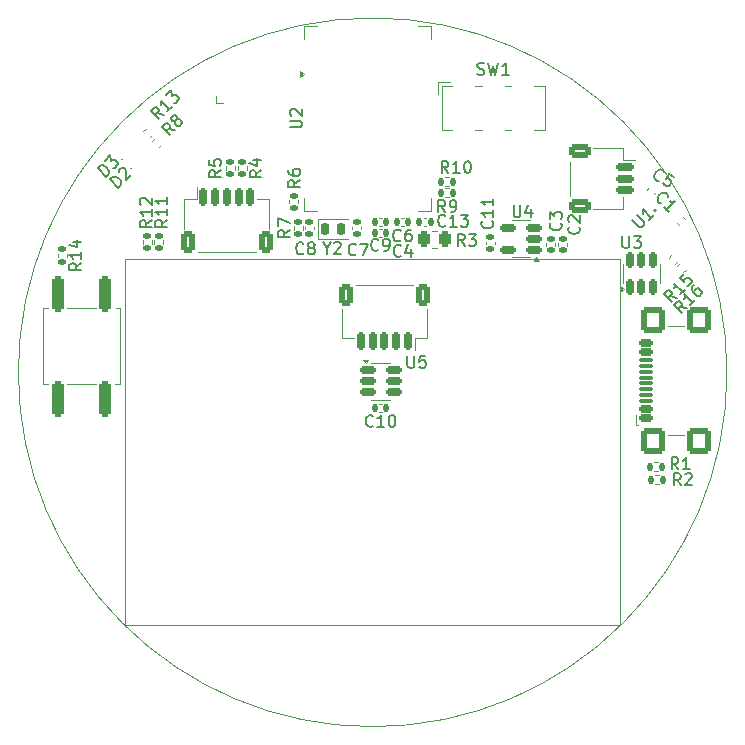
<source format=gbr>
%TF.GenerationSoftware,KiCad,Pcbnew,9.0.1*%
%TF.CreationDate,2025-12-04T23:43:19-05:00*%
%TF.ProjectId,EDDDial,45444444-6961-46c2-9e6b-696361645f70,rev?*%
%TF.SameCoordinates,Original*%
%TF.FileFunction,Legend,Top*%
%TF.FilePolarity,Positive*%
%FSLAX46Y46*%
G04 Gerber Fmt 4.6, Leading zero omitted, Abs format (unit mm)*
G04 Created by KiCad (PCBNEW 9.0.1) date 2025-12-04 23:43:19*
%MOMM*%
%LPD*%
G01*
G04 APERTURE LIST*
G04 Aperture macros list*
%AMRoundRect*
0 Rectangle with rounded corners*
0 $1 Rounding radius*
0 $2 $3 $4 $5 $6 $7 $8 $9 X,Y pos of 4 corners*
0 Add a 4 corners polygon primitive as box body*
4,1,4,$2,$3,$4,$5,$6,$7,$8,$9,$2,$3,0*
0 Add four circle primitives for the rounded corners*
1,1,$1+$1,$2,$3*
1,1,$1+$1,$4,$5*
1,1,$1+$1,$6,$7*
1,1,$1+$1,$8,$9*
0 Add four rect primitives between the rounded corners*
20,1,$1+$1,$2,$3,$4,$5,0*
20,1,$1+$1,$4,$5,$6,$7,0*
20,1,$1+$1,$6,$7,$8,$9,0*
20,1,$1+$1,$8,$9,$2,$3,0*%
G04 Aperture macros list end*
%ADD10C,0.100000*%
%ADD11C,0.150000*%
%ADD12C,0.120000*%
%ADD13C,0.200000*%
%ADD14C,0.010000*%
%ADD15C,3.800000*%
%ADD16C,0.787400*%
%ADD17C,0.990600*%
%ADD18R,1.600000X1.600000*%
%ADD19C,1.600000*%
%ADD20RoundRect,0.250000X0.250000X-1.300000X0.250000X1.300000X-0.250000X1.300000X-0.250000X-1.300000X0*%
%ADD21RoundRect,0.140000X0.170000X-0.140000X0.170000X0.140000X-0.170000X0.140000X-0.170000X-0.140000X0*%
%ADD22RoundRect,0.150000X0.512500X0.150000X-0.512500X0.150000X-0.512500X-0.150000X0.512500X-0.150000X0*%
%ADD23RoundRect,0.140000X0.077224X-0.206244X0.217224X0.036244X-0.077224X0.206244X-0.217224X-0.036244X0*%
%ADD24RoundRect,0.135000X-0.035355X0.226274X-0.226274X0.035355X0.035355X-0.226274X0.226274X-0.035355X0*%
%ADD25RoundRect,0.140000X0.219203X0.021213X0.021213X0.219203X-0.219203X-0.021213X-0.021213X-0.219203X0*%
%ADD26RoundRect,0.150000X0.150000X-0.512500X0.150000X0.512500X-0.150000X0.512500X-0.150000X-0.512500X0*%
%ADD27RoundRect,0.135000X-0.185000X0.135000X-0.185000X-0.135000X0.185000X-0.135000X0.185000X0.135000X0*%
%ADD28RoundRect,0.250000X-0.350000X-0.650000X0.350000X-0.650000X0.350000X0.650000X-0.350000X0.650000X0*%
%ADD29RoundRect,0.150000X-0.150000X-0.625000X0.150000X-0.625000X0.150000X0.625000X-0.150000X0.625000X0*%
%ADD30RoundRect,0.135000X0.185000X-0.135000X0.185000X0.135000X-0.185000X0.135000X-0.185000X-0.135000X0*%
%ADD31RoundRect,0.135000X0.035355X-0.226274X0.226274X-0.035355X-0.035355X0.226274X-0.226274X0.035355X0*%
%ADD32RoundRect,0.135000X-0.135000X-0.185000X0.135000X-0.185000X0.135000X0.185000X-0.135000X0.185000X0*%
%ADD33RoundRect,0.150000X-0.150000X-0.400000X0.150000X-0.400000X0.150000X0.400000X-0.150000X0.400000X0*%
%ADD34RoundRect,0.140000X-0.170000X0.140000X-0.170000X-0.140000X0.170000X-0.140000X0.170000X0.140000X0*%
%ADD35RoundRect,0.150000X-0.625000X0.150000X-0.625000X-0.150000X0.625000X-0.150000X0.625000X0.150000X0*%
%ADD36RoundRect,0.250000X-0.650000X0.350000X-0.650000X-0.350000X0.650000X-0.350000X0.650000X0.350000X0*%
%ADD37RoundRect,0.150000X0.150000X0.625000X-0.150000X0.625000X-0.150000X-0.625000X0.150000X-0.625000X0*%
%ADD38RoundRect,0.250000X0.350000X0.650000X-0.350000X0.650000X-0.350000X-0.650000X0.350000X-0.650000X0*%
%ADD39RoundRect,0.140000X-0.140000X-0.170000X0.140000X-0.170000X0.140000X0.170000X-0.140000X0.170000X0*%
%ADD40RoundRect,0.147500X0.017678X-0.226274X0.226274X-0.017678X-0.017678X0.226274X-0.226274X0.017678X0*%
%ADD41RoundRect,0.250000X0.262500X0.450000X-0.262500X0.450000X-0.262500X-0.450000X0.262500X-0.450000X0*%
%ADD42RoundRect,0.140000X0.140000X0.170000X-0.140000X0.170000X-0.140000X-0.170000X0.140000X-0.170000X0*%
%ADD43C,0.650000*%
%ADD44RoundRect,0.150000X0.425000X-0.150000X0.425000X0.150000X-0.425000X0.150000X-0.425000X-0.150000X0*%
%ADD45RoundRect,0.075000X0.500000X-0.075000X0.500000X0.075000X-0.500000X0.075000X-0.500000X-0.075000X0*%
%ADD46RoundRect,0.250000X0.750000X-0.840000X0.750000X0.840000X-0.750000X0.840000X-0.750000X-0.840000X0*%
%ADD47R,0.600000X0.400000*%
%ADD48R,0.400000X0.600000*%
%ADD49RoundRect,0.135000X0.135000X0.185000X-0.135000X0.185000X-0.135000X-0.185000X0.135000X-0.185000X0*%
%ADD50RoundRect,0.150000X-0.512500X-0.150000X0.512500X-0.150000X0.512500X0.150000X-0.512500X0.150000X0*%
G04 APERTURE END LIST*
D10*
X80636978Y-115600000D02*
X122575000Y-115600000D01*
X122575000Y-146587215D01*
X80636978Y-146587215D01*
X80636978Y-115600000D01*
X131600000Y-125200000D02*
G75*
G02*
X71600000Y-125200000I-30000000J0D01*
G01*
X71600000Y-125200000D02*
G75*
G02*
X131600000Y-125200000I30000000J0D01*
G01*
D11*
X110466667Y-99957200D02*
X110609524Y-100004819D01*
X110609524Y-100004819D02*
X110847619Y-100004819D01*
X110847619Y-100004819D02*
X110942857Y-99957200D01*
X110942857Y-99957200D02*
X110990476Y-99909580D01*
X110990476Y-99909580D02*
X111038095Y-99814342D01*
X111038095Y-99814342D02*
X111038095Y-99719104D01*
X111038095Y-99719104D02*
X110990476Y-99623866D01*
X110990476Y-99623866D02*
X110942857Y-99576247D01*
X110942857Y-99576247D02*
X110847619Y-99528628D01*
X110847619Y-99528628D02*
X110657143Y-99481009D01*
X110657143Y-99481009D02*
X110561905Y-99433390D01*
X110561905Y-99433390D02*
X110514286Y-99385771D01*
X110514286Y-99385771D02*
X110466667Y-99290533D01*
X110466667Y-99290533D02*
X110466667Y-99195295D01*
X110466667Y-99195295D02*
X110514286Y-99100057D01*
X110514286Y-99100057D02*
X110561905Y-99052438D01*
X110561905Y-99052438D02*
X110657143Y-99004819D01*
X110657143Y-99004819D02*
X110895238Y-99004819D01*
X110895238Y-99004819D02*
X111038095Y-99052438D01*
X111371429Y-99004819D02*
X111609524Y-100004819D01*
X111609524Y-100004819D02*
X111800000Y-99290533D01*
X111800000Y-99290533D02*
X111990476Y-100004819D01*
X111990476Y-100004819D02*
X112228572Y-99004819D01*
X113133333Y-100004819D02*
X112561905Y-100004819D01*
X112847619Y-100004819D02*
X112847619Y-99004819D01*
X112847619Y-99004819D02*
X112752381Y-99147676D01*
X112752381Y-99147676D02*
X112657143Y-99242914D01*
X112657143Y-99242914D02*
X112561905Y-99290533D01*
X119059580Y-112866666D02*
X119107200Y-112914285D01*
X119107200Y-112914285D02*
X119154819Y-113057142D01*
X119154819Y-113057142D02*
X119154819Y-113152380D01*
X119154819Y-113152380D02*
X119107200Y-113295237D01*
X119107200Y-113295237D02*
X119011961Y-113390475D01*
X119011961Y-113390475D02*
X118916723Y-113438094D01*
X118916723Y-113438094D02*
X118726247Y-113485713D01*
X118726247Y-113485713D02*
X118583390Y-113485713D01*
X118583390Y-113485713D02*
X118392914Y-113438094D01*
X118392914Y-113438094D02*
X118297676Y-113390475D01*
X118297676Y-113390475D02*
X118202438Y-113295237D01*
X118202438Y-113295237D02*
X118154819Y-113152380D01*
X118154819Y-113152380D02*
X118154819Y-113057142D01*
X118154819Y-113057142D02*
X118202438Y-112914285D01*
X118202438Y-112914285D02*
X118250057Y-112866666D01*
X118250057Y-112485713D02*
X118202438Y-112438094D01*
X118202438Y-112438094D02*
X118154819Y-112342856D01*
X118154819Y-112342856D02*
X118154819Y-112104761D01*
X118154819Y-112104761D02*
X118202438Y-112009523D01*
X118202438Y-112009523D02*
X118250057Y-111961904D01*
X118250057Y-111961904D02*
X118345295Y-111914285D01*
X118345295Y-111914285D02*
X118440533Y-111914285D01*
X118440533Y-111914285D02*
X118583390Y-111961904D01*
X118583390Y-111961904D02*
X119154819Y-112533332D01*
X119154819Y-112533332D02*
X119154819Y-111914285D01*
X111709580Y-112392857D02*
X111757200Y-112440476D01*
X111757200Y-112440476D02*
X111804819Y-112583333D01*
X111804819Y-112583333D02*
X111804819Y-112678571D01*
X111804819Y-112678571D02*
X111757200Y-112821428D01*
X111757200Y-112821428D02*
X111661961Y-112916666D01*
X111661961Y-112916666D02*
X111566723Y-112964285D01*
X111566723Y-112964285D02*
X111376247Y-113011904D01*
X111376247Y-113011904D02*
X111233390Y-113011904D01*
X111233390Y-113011904D02*
X111042914Y-112964285D01*
X111042914Y-112964285D02*
X110947676Y-112916666D01*
X110947676Y-112916666D02*
X110852438Y-112821428D01*
X110852438Y-112821428D02*
X110804819Y-112678571D01*
X110804819Y-112678571D02*
X110804819Y-112583333D01*
X110804819Y-112583333D02*
X110852438Y-112440476D01*
X110852438Y-112440476D02*
X110900057Y-112392857D01*
X111804819Y-111440476D02*
X111804819Y-112011904D01*
X111804819Y-111726190D02*
X110804819Y-111726190D01*
X110804819Y-111726190D02*
X110947676Y-111821428D01*
X110947676Y-111821428D02*
X111042914Y-111916666D01*
X111042914Y-111916666D02*
X111090533Y-112011904D01*
X111804819Y-110488095D02*
X111804819Y-111059523D01*
X111804819Y-110773809D02*
X110804819Y-110773809D01*
X110804819Y-110773809D02*
X110947676Y-110869047D01*
X110947676Y-110869047D02*
X111042914Y-110964285D01*
X111042914Y-110964285D02*
X111090533Y-111059523D01*
X113538095Y-111054819D02*
X113538095Y-111864342D01*
X113538095Y-111864342D02*
X113585714Y-111959580D01*
X113585714Y-111959580D02*
X113633333Y-112007200D01*
X113633333Y-112007200D02*
X113728571Y-112054819D01*
X113728571Y-112054819D02*
X113919047Y-112054819D01*
X113919047Y-112054819D02*
X114014285Y-112007200D01*
X114014285Y-112007200D02*
X114061904Y-111959580D01*
X114061904Y-111959580D02*
X114109523Y-111864342D01*
X114109523Y-111864342D02*
X114109523Y-111054819D01*
X115014285Y-111388152D02*
X115014285Y-112054819D01*
X114776190Y-111007200D02*
X114538095Y-111721485D01*
X114538095Y-111721485D02*
X115157142Y-111721485D01*
X117509580Y-112566666D02*
X117557200Y-112614285D01*
X117557200Y-112614285D02*
X117604819Y-112757142D01*
X117604819Y-112757142D02*
X117604819Y-112852380D01*
X117604819Y-112852380D02*
X117557200Y-112995237D01*
X117557200Y-112995237D02*
X117461961Y-113090475D01*
X117461961Y-113090475D02*
X117366723Y-113138094D01*
X117366723Y-113138094D02*
X117176247Y-113185713D01*
X117176247Y-113185713D02*
X117033390Y-113185713D01*
X117033390Y-113185713D02*
X116842914Y-113138094D01*
X116842914Y-113138094D02*
X116747676Y-113090475D01*
X116747676Y-113090475D02*
X116652438Y-112995237D01*
X116652438Y-112995237D02*
X116604819Y-112852380D01*
X116604819Y-112852380D02*
X116604819Y-112757142D01*
X116604819Y-112757142D02*
X116652438Y-112614285D01*
X116652438Y-112614285D02*
X116700057Y-112566666D01*
X116604819Y-112233332D02*
X116604819Y-111614285D01*
X116604819Y-111614285D02*
X116985771Y-111947618D01*
X116985771Y-111947618D02*
X116985771Y-111804761D01*
X116985771Y-111804761D02*
X117033390Y-111709523D01*
X117033390Y-111709523D02*
X117081009Y-111661904D01*
X117081009Y-111661904D02*
X117176247Y-111614285D01*
X117176247Y-111614285D02*
X117414342Y-111614285D01*
X117414342Y-111614285D02*
X117509580Y-111661904D01*
X117509580Y-111661904D02*
X117557200Y-111709523D01*
X117557200Y-111709523D02*
X117604819Y-111804761D01*
X117604819Y-111804761D02*
X117604819Y-112090475D01*
X117604819Y-112090475D02*
X117557200Y-112185713D01*
X117557200Y-112185713D02*
X117509580Y-112233332D01*
X125875872Y-108978073D02*
X125810823Y-108995502D01*
X125810823Y-108995502D02*
X125663296Y-108965313D01*
X125663296Y-108965313D02*
X125580817Y-108917694D01*
X125580817Y-108917694D02*
X125480909Y-108805026D01*
X125480909Y-108805026D02*
X125446049Y-108674929D01*
X125446049Y-108674929D02*
X125452429Y-108568640D01*
X125452429Y-108568640D02*
X125506428Y-108379874D01*
X125506428Y-108379874D02*
X125577856Y-108256156D01*
X125577856Y-108256156D02*
X125714334Y-108115008D01*
X125714334Y-108115008D02*
X125803192Y-108056339D01*
X125803192Y-108056339D02*
X125933290Y-108021479D01*
X125933290Y-108021479D02*
X126080817Y-108051669D01*
X126080817Y-108051669D02*
X126163296Y-108099288D01*
X126163296Y-108099288D02*
X126263204Y-108211956D01*
X126263204Y-108211956D02*
X126280634Y-108277004D01*
X127111800Y-108646907D02*
X126699407Y-108408812D01*
X126699407Y-108408812D02*
X126420072Y-108797395D01*
X126420072Y-108797395D02*
X126485121Y-108779965D01*
X126485121Y-108779965D02*
X126591409Y-108786345D01*
X126591409Y-108786345D02*
X126797606Y-108905393D01*
X126797606Y-108905393D02*
X126856275Y-108994251D01*
X126856275Y-108994251D02*
X126873704Y-109059300D01*
X126873704Y-109059300D02*
X126867325Y-109165588D01*
X126867325Y-109165588D02*
X126748277Y-109371785D01*
X126748277Y-109371785D02*
X126659419Y-109430454D01*
X126659419Y-109430454D02*
X126594370Y-109447883D01*
X126594370Y-109447883D02*
X126488082Y-109441504D01*
X126488082Y-109441504D02*
X126281885Y-109322456D01*
X126281885Y-109322456D02*
X126223216Y-109233598D01*
X126223216Y-109233598D02*
X126205786Y-109168549D01*
X123575750Y-112303246D02*
X124148170Y-112875666D01*
X124148170Y-112875666D02*
X124249185Y-112909338D01*
X124249185Y-112909338D02*
X124316529Y-112909338D01*
X124316529Y-112909338D02*
X124417544Y-112875666D01*
X124417544Y-112875666D02*
X124552231Y-112740979D01*
X124552231Y-112740979D02*
X124585903Y-112639964D01*
X124585903Y-112639964D02*
X124585903Y-112572620D01*
X124585903Y-112572620D02*
X124552231Y-112471605D01*
X124552231Y-112471605D02*
X123979811Y-111899185D01*
X125394025Y-111899185D02*
X124989964Y-112303246D01*
X125191994Y-112101216D02*
X124484888Y-111394109D01*
X124484888Y-111394109D02*
X124518559Y-111562468D01*
X124518559Y-111562468D02*
X124518559Y-111697155D01*
X124518559Y-111697155D02*
X124484888Y-111798170D01*
X128217036Y-119776174D02*
X127644617Y-119675159D01*
X127812975Y-120180235D02*
X127105869Y-119473128D01*
X127105869Y-119473128D02*
X127375243Y-119203754D01*
X127375243Y-119203754D02*
X127476258Y-119170082D01*
X127476258Y-119170082D02*
X127543601Y-119170082D01*
X127543601Y-119170082D02*
X127644617Y-119203754D01*
X127644617Y-119203754D02*
X127745632Y-119304769D01*
X127745632Y-119304769D02*
X127779304Y-119405785D01*
X127779304Y-119405785D02*
X127779304Y-119473128D01*
X127779304Y-119473128D02*
X127745632Y-119574143D01*
X127745632Y-119574143D02*
X127476258Y-119843517D01*
X128890471Y-119102739D02*
X128486410Y-119506800D01*
X128688441Y-119304769D02*
X127981334Y-118597663D01*
X127981334Y-118597663D02*
X128015006Y-118766021D01*
X128015006Y-118766021D02*
X128015006Y-118900708D01*
X128015006Y-118900708D02*
X127981334Y-119001724D01*
X128789456Y-117789540D02*
X128654769Y-117924227D01*
X128654769Y-117924227D02*
X128621098Y-118025243D01*
X128621098Y-118025243D02*
X128621098Y-118092586D01*
X128621098Y-118092586D02*
X128654769Y-118260945D01*
X128654769Y-118260945D02*
X128755785Y-118429304D01*
X128755785Y-118429304D02*
X129025159Y-118698678D01*
X129025159Y-118698678D02*
X129126174Y-118732349D01*
X129126174Y-118732349D02*
X129193517Y-118732349D01*
X129193517Y-118732349D02*
X129294533Y-118698678D01*
X129294533Y-118698678D02*
X129429220Y-118563991D01*
X129429220Y-118563991D02*
X129462891Y-118462975D01*
X129462891Y-118462975D02*
X129462891Y-118395632D01*
X129462891Y-118395632D02*
X129429220Y-118294617D01*
X129429220Y-118294617D02*
X129260861Y-118126258D01*
X129260861Y-118126258D02*
X129159846Y-118092586D01*
X129159846Y-118092586D02*
X129092502Y-118092586D01*
X129092502Y-118092586D02*
X128991487Y-118126258D01*
X128991487Y-118126258D02*
X128856800Y-118260945D01*
X128856800Y-118260945D02*
X128823128Y-118361960D01*
X128823128Y-118361960D02*
X128823128Y-118429304D01*
X128823128Y-118429304D02*
X128856800Y-118530319D01*
X126052800Y-110897616D02*
X125985456Y-110897616D01*
X125985456Y-110897616D02*
X125850769Y-110830272D01*
X125850769Y-110830272D02*
X125783426Y-110762929D01*
X125783426Y-110762929D02*
X125716082Y-110628242D01*
X125716082Y-110628242D02*
X125716082Y-110493555D01*
X125716082Y-110493555D02*
X125749754Y-110392540D01*
X125749754Y-110392540D02*
X125850769Y-110224181D01*
X125850769Y-110224181D02*
X125951784Y-110123166D01*
X125951784Y-110123166D02*
X126120143Y-110022150D01*
X126120143Y-110022150D02*
X126221158Y-109988479D01*
X126221158Y-109988479D02*
X126355845Y-109988479D01*
X126355845Y-109988479D02*
X126490532Y-110055822D01*
X126490532Y-110055822D02*
X126557876Y-110123166D01*
X126557876Y-110123166D02*
X126625219Y-110257853D01*
X126625219Y-110257853D02*
X126625219Y-110325196D01*
X126658891Y-111638394D02*
X126254830Y-111234333D01*
X126456861Y-111436364D02*
X127163967Y-110729257D01*
X127163967Y-110729257D02*
X126995609Y-110762929D01*
X126995609Y-110762929D02*
X126860922Y-110762929D01*
X126860922Y-110762929D02*
X126759906Y-110729257D01*
X127367036Y-118876174D02*
X126794617Y-118775159D01*
X126962975Y-119280235D02*
X126255869Y-118573128D01*
X126255869Y-118573128D02*
X126525243Y-118303754D01*
X126525243Y-118303754D02*
X126626258Y-118270082D01*
X126626258Y-118270082D02*
X126693601Y-118270082D01*
X126693601Y-118270082D02*
X126794617Y-118303754D01*
X126794617Y-118303754D02*
X126895632Y-118404769D01*
X126895632Y-118404769D02*
X126929304Y-118505785D01*
X126929304Y-118505785D02*
X126929304Y-118573128D01*
X126929304Y-118573128D02*
X126895632Y-118674143D01*
X126895632Y-118674143D02*
X126626258Y-118943517D01*
X128040471Y-118202739D02*
X127636410Y-118606800D01*
X127838441Y-118404769D02*
X127131334Y-117697663D01*
X127131334Y-117697663D02*
X127165006Y-117866021D01*
X127165006Y-117866021D02*
X127165006Y-118000708D01*
X127165006Y-118000708D02*
X127131334Y-118101724D01*
X127973128Y-116855869D02*
X127636410Y-117192586D01*
X127636410Y-117192586D02*
X127939456Y-117562975D01*
X127939456Y-117562975D02*
X127939456Y-117495632D01*
X127939456Y-117495632D02*
X127973128Y-117394617D01*
X127973128Y-117394617D02*
X128141487Y-117226258D01*
X128141487Y-117226258D02*
X128242502Y-117192586D01*
X128242502Y-117192586D02*
X128309846Y-117192586D01*
X128309846Y-117192586D02*
X128410861Y-117226258D01*
X128410861Y-117226258D02*
X128579220Y-117394617D01*
X128579220Y-117394617D02*
X128612891Y-117495632D01*
X128612891Y-117495632D02*
X128612891Y-117562975D01*
X128612891Y-117562975D02*
X128579220Y-117663991D01*
X128579220Y-117663991D02*
X128410861Y-117832349D01*
X128410861Y-117832349D02*
X128309846Y-117866021D01*
X128309846Y-117866021D02*
X128242502Y-117866021D01*
X122738097Y-113665443D02*
X122738097Y-114474966D01*
X122738097Y-114474966D02*
X122785716Y-114570204D01*
X122785716Y-114570204D02*
X122833335Y-114617824D01*
X122833335Y-114617824D02*
X122928573Y-114665443D01*
X122928573Y-114665443D02*
X123119049Y-114665443D01*
X123119049Y-114665443D02*
X123214287Y-114617824D01*
X123214287Y-114617824D02*
X123261906Y-114570204D01*
X123261906Y-114570204D02*
X123309525Y-114474966D01*
X123309525Y-114474966D02*
X123309525Y-113665443D01*
X123690478Y-113665443D02*
X124309525Y-113665443D01*
X124309525Y-113665443D02*
X123976192Y-114046395D01*
X123976192Y-114046395D02*
X124119049Y-114046395D01*
X124119049Y-114046395D02*
X124214287Y-114094014D01*
X124214287Y-114094014D02*
X124261906Y-114141633D01*
X124261906Y-114141633D02*
X124309525Y-114236871D01*
X124309525Y-114236871D02*
X124309525Y-114474966D01*
X124309525Y-114474966D02*
X124261906Y-114570204D01*
X124261906Y-114570204D02*
X124214287Y-114617824D01*
X124214287Y-114617824D02*
X124119049Y-114665443D01*
X124119049Y-114665443D02*
X123833335Y-114665443D01*
X123833335Y-114665443D02*
X123738097Y-114617824D01*
X123738097Y-114617824D02*
X123690478Y-114570204D01*
X92174819Y-108091665D02*
X91698628Y-108424998D01*
X92174819Y-108663093D02*
X91174819Y-108663093D01*
X91174819Y-108663093D02*
X91174819Y-108282141D01*
X91174819Y-108282141D02*
X91222438Y-108186903D01*
X91222438Y-108186903D02*
X91270057Y-108139284D01*
X91270057Y-108139284D02*
X91365295Y-108091665D01*
X91365295Y-108091665D02*
X91508152Y-108091665D01*
X91508152Y-108091665D02*
X91603390Y-108139284D01*
X91603390Y-108139284D02*
X91651009Y-108186903D01*
X91651009Y-108186903D02*
X91698628Y-108282141D01*
X91698628Y-108282141D02*
X91698628Y-108663093D01*
X91508152Y-107234522D02*
X92174819Y-107234522D01*
X91127200Y-107472617D02*
X91841485Y-107710712D01*
X91841485Y-107710712D02*
X91841485Y-107091665D01*
X84204819Y-112292857D02*
X83728628Y-112626190D01*
X84204819Y-112864285D02*
X83204819Y-112864285D01*
X83204819Y-112864285D02*
X83204819Y-112483333D01*
X83204819Y-112483333D02*
X83252438Y-112388095D01*
X83252438Y-112388095D02*
X83300057Y-112340476D01*
X83300057Y-112340476D02*
X83395295Y-112292857D01*
X83395295Y-112292857D02*
X83538152Y-112292857D01*
X83538152Y-112292857D02*
X83633390Y-112340476D01*
X83633390Y-112340476D02*
X83681009Y-112388095D01*
X83681009Y-112388095D02*
X83728628Y-112483333D01*
X83728628Y-112483333D02*
X83728628Y-112864285D01*
X84204819Y-111340476D02*
X84204819Y-111911904D01*
X84204819Y-111626190D02*
X83204819Y-111626190D01*
X83204819Y-111626190D02*
X83347676Y-111721428D01*
X83347676Y-111721428D02*
X83442914Y-111816666D01*
X83442914Y-111816666D02*
X83490533Y-111911904D01*
X84204819Y-110388095D02*
X84204819Y-110959523D01*
X84204819Y-110673809D02*
X83204819Y-110673809D01*
X83204819Y-110673809D02*
X83347676Y-110769047D01*
X83347676Y-110769047D02*
X83442914Y-110864285D01*
X83442914Y-110864285D02*
X83490533Y-110959523D01*
X82884821Y-112332859D02*
X82408630Y-112666192D01*
X82884821Y-112904287D02*
X81884821Y-112904287D01*
X81884821Y-112904287D02*
X81884821Y-112523335D01*
X81884821Y-112523335D02*
X81932440Y-112428097D01*
X81932440Y-112428097D02*
X81980059Y-112380478D01*
X81980059Y-112380478D02*
X82075297Y-112332859D01*
X82075297Y-112332859D02*
X82218154Y-112332859D01*
X82218154Y-112332859D02*
X82313392Y-112380478D01*
X82313392Y-112380478D02*
X82361011Y-112428097D01*
X82361011Y-112428097D02*
X82408630Y-112523335D01*
X82408630Y-112523335D02*
X82408630Y-112904287D01*
X82884821Y-111380478D02*
X82884821Y-111951906D01*
X82884821Y-111666192D02*
X81884821Y-111666192D01*
X81884821Y-111666192D02*
X82027678Y-111761430D01*
X82027678Y-111761430D02*
X82122916Y-111856668D01*
X82122916Y-111856668D02*
X82170535Y-111951906D01*
X81980059Y-110999525D02*
X81932440Y-110951906D01*
X81932440Y-110951906D02*
X81884821Y-110856668D01*
X81884821Y-110856668D02*
X81884821Y-110618573D01*
X81884821Y-110618573D02*
X81932440Y-110523335D01*
X81932440Y-110523335D02*
X81980059Y-110475716D01*
X81980059Y-110475716D02*
X82075297Y-110428097D01*
X82075297Y-110428097D02*
X82170535Y-110428097D01*
X82170535Y-110428097D02*
X82313392Y-110475716D01*
X82313392Y-110475716D02*
X82884821Y-111047144D01*
X82884821Y-111047144D02*
X82884821Y-110428097D01*
X84875006Y-104718210D02*
X84302587Y-104617195D01*
X84470945Y-105122271D02*
X83763839Y-104415164D01*
X83763839Y-104415164D02*
X84033213Y-104145790D01*
X84033213Y-104145790D02*
X84134228Y-104112118D01*
X84134228Y-104112118D02*
X84201571Y-104112118D01*
X84201571Y-104112118D02*
X84302587Y-104145790D01*
X84302587Y-104145790D02*
X84403602Y-104246805D01*
X84403602Y-104246805D02*
X84437274Y-104347821D01*
X84437274Y-104347821D02*
X84437274Y-104415164D01*
X84437274Y-104415164D02*
X84403602Y-104516179D01*
X84403602Y-104516179D02*
X84134228Y-104785553D01*
X84875006Y-103910088D02*
X84773991Y-103943760D01*
X84773991Y-103943760D02*
X84706648Y-103943760D01*
X84706648Y-103943760D02*
X84605632Y-103910088D01*
X84605632Y-103910088D02*
X84571961Y-103876416D01*
X84571961Y-103876416D02*
X84538289Y-103775401D01*
X84538289Y-103775401D02*
X84538289Y-103708057D01*
X84538289Y-103708057D02*
X84571961Y-103607042D01*
X84571961Y-103607042D02*
X84706648Y-103472355D01*
X84706648Y-103472355D02*
X84807663Y-103438683D01*
X84807663Y-103438683D02*
X84875006Y-103438683D01*
X84875006Y-103438683D02*
X84976022Y-103472355D01*
X84976022Y-103472355D02*
X85009693Y-103506027D01*
X85009693Y-103506027D02*
X85043365Y-103607042D01*
X85043365Y-103607042D02*
X85043365Y-103674386D01*
X85043365Y-103674386D02*
X85009693Y-103775401D01*
X85009693Y-103775401D02*
X84875006Y-103910088D01*
X84875006Y-103910088D02*
X84841335Y-104011103D01*
X84841335Y-104011103D02*
X84841335Y-104078447D01*
X84841335Y-104078447D02*
X84875006Y-104179462D01*
X84875006Y-104179462D02*
X85009693Y-104314149D01*
X85009693Y-104314149D02*
X85110709Y-104347821D01*
X85110709Y-104347821D02*
X85178052Y-104347821D01*
X85178052Y-104347821D02*
X85279067Y-104314149D01*
X85279067Y-104314149D02*
X85413754Y-104179462D01*
X85413754Y-104179462D02*
X85447426Y-104078447D01*
X85447426Y-104078447D02*
X85447426Y-104011103D01*
X85447426Y-104011103D02*
X85413754Y-103910088D01*
X85413754Y-103910088D02*
X85279067Y-103775401D01*
X85279067Y-103775401D02*
X85178052Y-103741729D01*
X85178052Y-103741729D02*
X85110709Y-103741729D01*
X85110709Y-103741729D02*
X85009693Y-103775401D01*
X88744819Y-108101665D02*
X88268628Y-108434998D01*
X88744819Y-108673093D02*
X87744819Y-108673093D01*
X87744819Y-108673093D02*
X87744819Y-108292141D01*
X87744819Y-108292141D02*
X87792438Y-108196903D01*
X87792438Y-108196903D02*
X87840057Y-108149284D01*
X87840057Y-108149284D02*
X87935295Y-108101665D01*
X87935295Y-108101665D02*
X88078152Y-108101665D01*
X88078152Y-108101665D02*
X88173390Y-108149284D01*
X88173390Y-108149284D02*
X88221009Y-108196903D01*
X88221009Y-108196903D02*
X88268628Y-108292141D01*
X88268628Y-108292141D02*
X88268628Y-108673093D01*
X87744819Y-107196903D02*
X87744819Y-107673093D01*
X87744819Y-107673093D02*
X88221009Y-107720712D01*
X88221009Y-107720712D02*
X88173390Y-107673093D01*
X88173390Y-107673093D02*
X88125771Y-107577855D01*
X88125771Y-107577855D02*
X88125771Y-107339760D01*
X88125771Y-107339760D02*
X88173390Y-107244522D01*
X88173390Y-107244522D02*
X88221009Y-107196903D01*
X88221009Y-107196903D02*
X88316247Y-107149284D01*
X88316247Y-107149284D02*
X88554342Y-107149284D01*
X88554342Y-107149284D02*
X88649580Y-107196903D01*
X88649580Y-107196903D02*
X88697200Y-107244522D01*
X88697200Y-107244522D02*
X88744819Y-107339760D01*
X88744819Y-107339760D02*
X88744819Y-107577855D01*
X88744819Y-107577855D02*
X88697200Y-107673093D01*
X88697200Y-107673093D02*
X88649580Y-107720712D01*
X83917036Y-103376174D02*
X83344617Y-103275159D01*
X83512975Y-103780235D02*
X82805869Y-103073128D01*
X82805869Y-103073128D02*
X83075243Y-102803754D01*
X83075243Y-102803754D02*
X83176258Y-102770082D01*
X83176258Y-102770082D02*
X83243601Y-102770082D01*
X83243601Y-102770082D02*
X83344617Y-102803754D01*
X83344617Y-102803754D02*
X83445632Y-102904769D01*
X83445632Y-102904769D02*
X83479304Y-103005785D01*
X83479304Y-103005785D02*
X83479304Y-103073128D01*
X83479304Y-103073128D02*
X83445632Y-103174143D01*
X83445632Y-103174143D02*
X83176258Y-103443517D01*
X84590471Y-102702739D02*
X84186410Y-103106800D01*
X84388441Y-102904769D02*
X83681334Y-102197663D01*
X83681334Y-102197663D02*
X83715006Y-102366021D01*
X83715006Y-102366021D02*
X83715006Y-102500708D01*
X83715006Y-102500708D02*
X83681334Y-102601724D01*
X84119067Y-101759930D02*
X84556800Y-101322197D01*
X84556800Y-101322197D02*
X84590472Y-101827273D01*
X84590472Y-101827273D02*
X84691487Y-101726258D01*
X84691487Y-101726258D02*
X84792502Y-101692586D01*
X84792502Y-101692586D02*
X84859846Y-101692586D01*
X84859846Y-101692586D02*
X84960861Y-101726258D01*
X84960861Y-101726258D02*
X85129220Y-101894617D01*
X85129220Y-101894617D02*
X85162891Y-101995632D01*
X85162891Y-101995632D02*
X85162891Y-102062975D01*
X85162891Y-102062975D02*
X85129220Y-102163991D01*
X85129220Y-102163991D02*
X84927189Y-102366021D01*
X84927189Y-102366021D02*
X84826174Y-102399693D01*
X84826174Y-102399693D02*
X84758830Y-102399693D01*
X127683333Y-134754819D02*
X127350000Y-134278628D01*
X127111905Y-134754819D02*
X127111905Y-133754819D01*
X127111905Y-133754819D02*
X127492857Y-133754819D01*
X127492857Y-133754819D02*
X127588095Y-133802438D01*
X127588095Y-133802438D02*
X127635714Y-133850057D01*
X127635714Y-133850057D02*
X127683333Y-133945295D01*
X127683333Y-133945295D02*
X127683333Y-134088152D01*
X127683333Y-134088152D02*
X127635714Y-134183390D01*
X127635714Y-134183390D02*
X127588095Y-134231009D01*
X127588095Y-134231009D02*
X127492857Y-134278628D01*
X127492857Y-134278628D02*
X127111905Y-134278628D01*
X128064286Y-133850057D02*
X128111905Y-133802438D01*
X128111905Y-133802438D02*
X128207143Y-133754819D01*
X128207143Y-133754819D02*
X128445238Y-133754819D01*
X128445238Y-133754819D02*
X128540476Y-133802438D01*
X128540476Y-133802438D02*
X128588095Y-133850057D01*
X128588095Y-133850057D02*
X128635714Y-133945295D01*
X128635714Y-133945295D02*
X128635714Y-134040533D01*
X128635714Y-134040533D02*
X128588095Y-134183390D01*
X128588095Y-134183390D02*
X128016667Y-134754819D01*
X128016667Y-134754819D02*
X128635714Y-134754819D01*
X97723809Y-114678628D02*
X97723809Y-115154819D01*
X97390476Y-114154819D02*
X97723809Y-114678628D01*
X97723809Y-114678628D02*
X98057142Y-114154819D01*
X98342857Y-114250057D02*
X98390476Y-114202438D01*
X98390476Y-114202438D02*
X98485714Y-114154819D01*
X98485714Y-114154819D02*
X98723809Y-114154819D01*
X98723809Y-114154819D02*
X98819047Y-114202438D01*
X98819047Y-114202438D02*
X98866666Y-114250057D01*
X98866666Y-114250057D02*
X98914285Y-114345295D01*
X98914285Y-114345295D02*
X98914285Y-114440533D01*
X98914285Y-114440533D02*
X98866666Y-114583390D01*
X98866666Y-114583390D02*
X98295238Y-115154819D01*
X98295238Y-115154819D02*
X98914285Y-115154819D01*
X100183333Y-115209580D02*
X100135714Y-115257200D01*
X100135714Y-115257200D02*
X99992857Y-115304819D01*
X99992857Y-115304819D02*
X99897619Y-115304819D01*
X99897619Y-115304819D02*
X99754762Y-115257200D01*
X99754762Y-115257200D02*
X99659524Y-115161961D01*
X99659524Y-115161961D02*
X99611905Y-115066723D01*
X99611905Y-115066723D02*
X99564286Y-114876247D01*
X99564286Y-114876247D02*
X99564286Y-114733390D01*
X99564286Y-114733390D02*
X99611905Y-114542914D01*
X99611905Y-114542914D02*
X99659524Y-114447676D01*
X99659524Y-114447676D02*
X99754762Y-114352438D01*
X99754762Y-114352438D02*
X99897619Y-114304819D01*
X99897619Y-114304819D02*
X99992857Y-114304819D01*
X99992857Y-114304819D02*
X100135714Y-114352438D01*
X100135714Y-114352438D02*
X100183333Y-114400057D01*
X100516667Y-114304819D02*
X101183333Y-114304819D01*
X101183333Y-114304819D02*
X100754762Y-115304819D01*
X127483333Y-133404819D02*
X127150000Y-132928628D01*
X126911905Y-133404819D02*
X126911905Y-132404819D01*
X126911905Y-132404819D02*
X127292857Y-132404819D01*
X127292857Y-132404819D02*
X127388095Y-132452438D01*
X127388095Y-132452438D02*
X127435714Y-132500057D01*
X127435714Y-132500057D02*
X127483333Y-132595295D01*
X127483333Y-132595295D02*
X127483333Y-132738152D01*
X127483333Y-132738152D02*
X127435714Y-132833390D01*
X127435714Y-132833390D02*
X127388095Y-132881009D01*
X127388095Y-132881009D02*
X127292857Y-132928628D01*
X127292857Y-132928628D02*
X126911905Y-132928628D01*
X128435714Y-133404819D02*
X127864286Y-133404819D01*
X128150000Y-133404819D02*
X128150000Y-132404819D01*
X128150000Y-132404819D02*
X128054762Y-132547676D01*
X128054762Y-132547676D02*
X127959524Y-132642914D01*
X127959524Y-132642914D02*
X127864286Y-132690533D01*
X107757142Y-112759580D02*
X107709523Y-112807200D01*
X107709523Y-112807200D02*
X107566666Y-112854819D01*
X107566666Y-112854819D02*
X107471428Y-112854819D01*
X107471428Y-112854819D02*
X107328571Y-112807200D01*
X107328571Y-112807200D02*
X107233333Y-112711961D01*
X107233333Y-112711961D02*
X107185714Y-112616723D01*
X107185714Y-112616723D02*
X107138095Y-112426247D01*
X107138095Y-112426247D02*
X107138095Y-112283390D01*
X107138095Y-112283390D02*
X107185714Y-112092914D01*
X107185714Y-112092914D02*
X107233333Y-111997676D01*
X107233333Y-111997676D02*
X107328571Y-111902438D01*
X107328571Y-111902438D02*
X107471428Y-111854819D01*
X107471428Y-111854819D02*
X107566666Y-111854819D01*
X107566666Y-111854819D02*
X107709523Y-111902438D01*
X107709523Y-111902438D02*
X107757142Y-111950057D01*
X108709523Y-112854819D02*
X108138095Y-112854819D01*
X108423809Y-112854819D02*
X108423809Y-111854819D01*
X108423809Y-111854819D02*
X108328571Y-111997676D01*
X108328571Y-111997676D02*
X108233333Y-112092914D01*
X108233333Y-112092914D02*
X108138095Y-112140533D01*
X109042857Y-111854819D02*
X109661904Y-111854819D01*
X109661904Y-111854819D02*
X109328571Y-112235771D01*
X109328571Y-112235771D02*
X109471428Y-112235771D01*
X109471428Y-112235771D02*
X109566666Y-112283390D01*
X109566666Y-112283390D02*
X109614285Y-112331009D01*
X109614285Y-112331009D02*
X109661904Y-112426247D01*
X109661904Y-112426247D02*
X109661904Y-112664342D01*
X109661904Y-112664342D02*
X109614285Y-112759580D01*
X109614285Y-112759580D02*
X109566666Y-112807200D01*
X109566666Y-112807200D02*
X109471428Y-112854819D01*
X109471428Y-112854819D02*
X109185714Y-112854819D01*
X109185714Y-112854819D02*
X109090476Y-112807200D01*
X109090476Y-112807200D02*
X109042857Y-112759580D01*
X79020943Y-108622272D02*
X78313837Y-107915165D01*
X78313837Y-107915165D02*
X78482195Y-107746806D01*
X78482195Y-107746806D02*
X78616882Y-107679463D01*
X78616882Y-107679463D02*
X78751569Y-107679463D01*
X78751569Y-107679463D02*
X78852585Y-107713135D01*
X78852585Y-107713135D02*
X79020943Y-107814150D01*
X79020943Y-107814150D02*
X79121959Y-107915165D01*
X79121959Y-107915165D02*
X79222974Y-108083524D01*
X79222974Y-108083524D02*
X79256646Y-108184539D01*
X79256646Y-108184539D02*
X79256646Y-108319226D01*
X79256646Y-108319226D02*
X79189302Y-108453913D01*
X79189302Y-108453913D02*
X79020943Y-108622272D01*
X78953600Y-107275402D02*
X79391333Y-106837669D01*
X79391333Y-106837669D02*
X79425004Y-107342745D01*
X79425004Y-107342745D02*
X79526020Y-107241730D01*
X79526020Y-107241730D02*
X79627035Y-107208058D01*
X79627035Y-107208058D02*
X79694378Y-107208058D01*
X79694378Y-107208058D02*
X79795394Y-107241730D01*
X79795394Y-107241730D02*
X79963752Y-107410089D01*
X79963752Y-107410089D02*
X79997424Y-107511104D01*
X79997424Y-107511104D02*
X79997424Y-107578448D01*
X79997424Y-107578448D02*
X79963752Y-107679463D01*
X79963752Y-107679463D02*
X79761722Y-107881493D01*
X79761722Y-107881493D02*
X79660707Y-107915165D01*
X79660707Y-107915165D02*
X79593363Y-107915165D01*
X109383333Y-114504819D02*
X109050000Y-114028628D01*
X108811905Y-114504819D02*
X108811905Y-113504819D01*
X108811905Y-113504819D02*
X109192857Y-113504819D01*
X109192857Y-113504819D02*
X109288095Y-113552438D01*
X109288095Y-113552438D02*
X109335714Y-113600057D01*
X109335714Y-113600057D02*
X109383333Y-113695295D01*
X109383333Y-113695295D02*
X109383333Y-113838152D01*
X109383333Y-113838152D02*
X109335714Y-113933390D01*
X109335714Y-113933390D02*
X109288095Y-113981009D01*
X109288095Y-113981009D02*
X109192857Y-114028628D01*
X109192857Y-114028628D02*
X108811905Y-114028628D01*
X109716667Y-113504819D02*
X110335714Y-113504819D01*
X110335714Y-113504819D02*
X110002381Y-113885771D01*
X110002381Y-113885771D02*
X110145238Y-113885771D01*
X110145238Y-113885771D02*
X110240476Y-113933390D01*
X110240476Y-113933390D02*
X110288095Y-113981009D01*
X110288095Y-113981009D02*
X110335714Y-114076247D01*
X110335714Y-114076247D02*
X110335714Y-114314342D01*
X110335714Y-114314342D02*
X110288095Y-114409580D01*
X110288095Y-114409580D02*
X110240476Y-114457200D01*
X110240476Y-114457200D02*
X110145238Y-114504819D01*
X110145238Y-114504819D02*
X109859524Y-114504819D01*
X109859524Y-114504819D02*
X109764286Y-114457200D01*
X109764286Y-114457200D02*
X109716667Y-114409580D01*
X102078333Y-114809580D02*
X102030714Y-114857200D01*
X102030714Y-114857200D02*
X101887857Y-114904819D01*
X101887857Y-114904819D02*
X101792619Y-114904819D01*
X101792619Y-114904819D02*
X101649762Y-114857200D01*
X101649762Y-114857200D02*
X101554524Y-114761961D01*
X101554524Y-114761961D02*
X101506905Y-114666723D01*
X101506905Y-114666723D02*
X101459286Y-114476247D01*
X101459286Y-114476247D02*
X101459286Y-114333390D01*
X101459286Y-114333390D02*
X101506905Y-114142914D01*
X101506905Y-114142914D02*
X101554524Y-114047676D01*
X101554524Y-114047676D02*
X101649762Y-113952438D01*
X101649762Y-113952438D02*
X101792619Y-113904819D01*
X101792619Y-113904819D02*
X101887857Y-113904819D01*
X101887857Y-113904819D02*
X102030714Y-113952438D01*
X102030714Y-113952438D02*
X102078333Y-114000057D01*
X102554524Y-114904819D02*
X102745000Y-114904819D01*
X102745000Y-114904819D02*
X102840238Y-114857200D01*
X102840238Y-114857200D02*
X102887857Y-114809580D01*
X102887857Y-114809580D02*
X102983095Y-114666723D01*
X102983095Y-114666723D02*
X103030714Y-114476247D01*
X103030714Y-114476247D02*
X103030714Y-114095295D01*
X103030714Y-114095295D02*
X102983095Y-114000057D01*
X102983095Y-114000057D02*
X102935476Y-113952438D01*
X102935476Y-113952438D02*
X102840238Y-113904819D01*
X102840238Y-113904819D02*
X102649762Y-113904819D01*
X102649762Y-113904819D02*
X102554524Y-113952438D01*
X102554524Y-113952438D02*
X102506905Y-114000057D01*
X102506905Y-114000057D02*
X102459286Y-114095295D01*
X102459286Y-114095295D02*
X102459286Y-114333390D01*
X102459286Y-114333390D02*
X102506905Y-114428628D01*
X102506905Y-114428628D02*
X102554524Y-114476247D01*
X102554524Y-114476247D02*
X102649762Y-114523866D01*
X102649762Y-114523866D02*
X102840238Y-114523866D01*
X102840238Y-114523866D02*
X102935476Y-114476247D01*
X102935476Y-114476247D02*
X102983095Y-114428628D01*
X102983095Y-114428628D02*
X103030714Y-114333390D01*
X80070941Y-109572276D02*
X79363835Y-108865169D01*
X79363835Y-108865169D02*
X79532193Y-108696810D01*
X79532193Y-108696810D02*
X79666880Y-108629467D01*
X79666880Y-108629467D02*
X79801567Y-108629467D01*
X79801567Y-108629467D02*
X79902583Y-108663139D01*
X79902583Y-108663139D02*
X80070941Y-108764154D01*
X80070941Y-108764154D02*
X80171957Y-108865169D01*
X80171957Y-108865169D02*
X80272972Y-109033528D01*
X80272972Y-109033528D02*
X80306644Y-109134543D01*
X80306644Y-109134543D02*
X80306644Y-109269230D01*
X80306644Y-109269230D02*
X80239300Y-109403917D01*
X80239300Y-109403917D02*
X80070941Y-109572276D01*
X80104613Y-108259078D02*
X80104613Y-108191734D01*
X80104613Y-108191734D02*
X80138285Y-108090719D01*
X80138285Y-108090719D02*
X80306644Y-107922360D01*
X80306644Y-107922360D02*
X80407659Y-107888688D01*
X80407659Y-107888688D02*
X80475002Y-107888688D01*
X80475002Y-107888688D02*
X80576018Y-107922360D01*
X80576018Y-107922360D02*
X80643361Y-107989704D01*
X80643361Y-107989704D02*
X80710705Y-108124391D01*
X80710705Y-108124391D02*
X80710705Y-108932513D01*
X80710705Y-108932513D02*
X81148437Y-108494780D01*
X101619642Y-129725830D02*
X101572023Y-129773450D01*
X101572023Y-129773450D02*
X101429166Y-129821069D01*
X101429166Y-129821069D02*
X101333928Y-129821069D01*
X101333928Y-129821069D02*
X101191071Y-129773450D01*
X101191071Y-129773450D02*
X101095833Y-129678211D01*
X101095833Y-129678211D02*
X101048214Y-129582973D01*
X101048214Y-129582973D02*
X101000595Y-129392497D01*
X101000595Y-129392497D02*
X101000595Y-129249640D01*
X101000595Y-129249640D02*
X101048214Y-129059164D01*
X101048214Y-129059164D02*
X101095833Y-128963926D01*
X101095833Y-128963926D02*
X101191071Y-128868688D01*
X101191071Y-128868688D02*
X101333928Y-128821069D01*
X101333928Y-128821069D02*
X101429166Y-128821069D01*
X101429166Y-128821069D02*
X101572023Y-128868688D01*
X101572023Y-128868688D02*
X101619642Y-128916307D01*
X102572023Y-129821069D02*
X102000595Y-129821069D01*
X102286309Y-129821069D02*
X102286309Y-128821069D01*
X102286309Y-128821069D02*
X102191071Y-128963926D01*
X102191071Y-128963926D02*
X102095833Y-129059164D01*
X102095833Y-129059164D02*
X102000595Y-129106783D01*
X103191071Y-128821069D02*
X103286309Y-128821069D01*
X103286309Y-128821069D02*
X103381547Y-128868688D01*
X103381547Y-128868688D02*
X103429166Y-128916307D01*
X103429166Y-128916307D02*
X103476785Y-129011545D01*
X103476785Y-129011545D02*
X103524404Y-129202021D01*
X103524404Y-129202021D02*
X103524404Y-129440116D01*
X103524404Y-129440116D02*
X103476785Y-129630592D01*
X103476785Y-129630592D02*
X103429166Y-129725830D01*
X103429166Y-129725830D02*
X103381547Y-129773450D01*
X103381547Y-129773450D02*
X103286309Y-129821069D01*
X103286309Y-129821069D02*
X103191071Y-129821069D01*
X103191071Y-129821069D02*
X103095833Y-129773450D01*
X103095833Y-129773450D02*
X103048214Y-129725830D01*
X103048214Y-129725830D02*
X103000595Y-129630592D01*
X103000595Y-129630592D02*
X102952976Y-129440116D01*
X102952976Y-129440116D02*
X102952976Y-129202021D01*
X102952976Y-129202021D02*
X103000595Y-129011545D01*
X103000595Y-129011545D02*
X103048214Y-128916307D01*
X103048214Y-128916307D02*
X103095833Y-128868688D01*
X103095833Y-128868688D02*
X103191071Y-128821069D01*
X103958333Y-114019580D02*
X103910714Y-114067200D01*
X103910714Y-114067200D02*
X103767857Y-114114819D01*
X103767857Y-114114819D02*
X103672619Y-114114819D01*
X103672619Y-114114819D02*
X103529762Y-114067200D01*
X103529762Y-114067200D02*
X103434524Y-113971961D01*
X103434524Y-113971961D02*
X103386905Y-113876723D01*
X103386905Y-113876723D02*
X103339286Y-113686247D01*
X103339286Y-113686247D02*
X103339286Y-113543390D01*
X103339286Y-113543390D02*
X103386905Y-113352914D01*
X103386905Y-113352914D02*
X103434524Y-113257676D01*
X103434524Y-113257676D02*
X103529762Y-113162438D01*
X103529762Y-113162438D02*
X103672619Y-113114819D01*
X103672619Y-113114819D02*
X103767857Y-113114819D01*
X103767857Y-113114819D02*
X103910714Y-113162438D01*
X103910714Y-113162438D02*
X103958333Y-113210057D01*
X104815476Y-113114819D02*
X104625000Y-113114819D01*
X104625000Y-113114819D02*
X104529762Y-113162438D01*
X104529762Y-113162438D02*
X104482143Y-113210057D01*
X104482143Y-113210057D02*
X104386905Y-113352914D01*
X104386905Y-113352914D02*
X104339286Y-113543390D01*
X104339286Y-113543390D02*
X104339286Y-113924342D01*
X104339286Y-113924342D02*
X104386905Y-114019580D01*
X104386905Y-114019580D02*
X104434524Y-114067200D01*
X104434524Y-114067200D02*
X104529762Y-114114819D01*
X104529762Y-114114819D02*
X104720238Y-114114819D01*
X104720238Y-114114819D02*
X104815476Y-114067200D01*
X104815476Y-114067200D02*
X104863095Y-114019580D01*
X104863095Y-114019580D02*
X104910714Y-113924342D01*
X104910714Y-113924342D02*
X104910714Y-113686247D01*
X104910714Y-113686247D02*
X104863095Y-113591009D01*
X104863095Y-113591009D02*
X104815476Y-113543390D01*
X104815476Y-113543390D02*
X104720238Y-113495771D01*
X104720238Y-113495771D02*
X104529762Y-113495771D01*
X104529762Y-113495771D02*
X104434524Y-113543390D01*
X104434524Y-113543390D02*
X104386905Y-113591009D01*
X104386905Y-113591009D02*
X104339286Y-113686247D01*
X94584819Y-113166666D02*
X94108628Y-113499999D01*
X94584819Y-113738094D02*
X93584819Y-113738094D01*
X93584819Y-113738094D02*
X93584819Y-113357142D01*
X93584819Y-113357142D02*
X93632438Y-113261904D01*
X93632438Y-113261904D02*
X93680057Y-113214285D01*
X93680057Y-113214285D02*
X93775295Y-113166666D01*
X93775295Y-113166666D02*
X93918152Y-113166666D01*
X93918152Y-113166666D02*
X94013390Y-113214285D01*
X94013390Y-113214285D02*
X94061009Y-113261904D01*
X94061009Y-113261904D02*
X94108628Y-113357142D01*
X94108628Y-113357142D02*
X94108628Y-113738094D01*
X93584819Y-112833332D02*
X93584819Y-112166666D01*
X93584819Y-112166666D02*
X94584819Y-112595237D01*
X94604819Y-104461904D02*
X95414342Y-104461904D01*
X95414342Y-104461904D02*
X95509580Y-104414285D01*
X95509580Y-104414285D02*
X95557200Y-104366666D01*
X95557200Y-104366666D02*
X95604819Y-104271428D01*
X95604819Y-104271428D02*
X95604819Y-104080952D01*
X95604819Y-104080952D02*
X95557200Y-103985714D01*
X95557200Y-103985714D02*
X95509580Y-103938095D01*
X95509580Y-103938095D02*
X95414342Y-103890476D01*
X95414342Y-103890476D02*
X94604819Y-103890476D01*
X94700057Y-103461904D02*
X94652438Y-103414285D01*
X94652438Y-103414285D02*
X94604819Y-103319047D01*
X94604819Y-103319047D02*
X94604819Y-103080952D01*
X94604819Y-103080952D02*
X94652438Y-102985714D01*
X94652438Y-102985714D02*
X94700057Y-102938095D01*
X94700057Y-102938095D02*
X94795295Y-102890476D01*
X94795295Y-102890476D02*
X94890533Y-102890476D01*
X94890533Y-102890476D02*
X95033390Y-102938095D01*
X95033390Y-102938095D02*
X95604819Y-103509523D01*
X95604819Y-103509523D02*
X95604819Y-102890476D01*
X103983333Y-115309580D02*
X103935714Y-115357200D01*
X103935714Y-115357200D02*
X103792857Y-115404819D01*
X103792857Y-115404819D02*
X103697619Y-115404819D01*
X103697619Y-115404819D02*
X103554762Y-115357200D01*
X103554762Y-115357200D02*
X103459524Y-115261961D01*
X103459524Y-115261961D02*
X103411905Y-115166723D01*
X103411905Y-115166723D02*
X103364286Y-114976247D01*
X103364286Y-114976247D02*
X103364286Y-114833390D01*
X103364286Y-114833390D02*
X103411905Y-114642914D01*
X103411905Y-114642914D02*
X103459524Y-114547676D01*
X103459524Y-114547676D02*
X103554762Y-114452438D01*
X103554762Y-114452438D02*
X103697619Y-114404819D01*
X103697619Y-114404819D02*
X103792857Y-114404819D01*
X103792857Y-114404819D02*
X103935714Y-114452438D01*
X103935714Y-114452438D02*
X103983333Y-114500057D01*
X104840476Y-114738152D02*
X104840476Y-115404819D01*
X104602381Y-114357200D02*
X104364286Y-115071485D01*
X104364286Y-115071485D02*
X104983333Y-115071485D01*
X108007142Y-108304819D02*
X107673809Y-107828628D01*
X107435714Y-108304819D02*
X107435714Y-107304819D01*
X107435714Y-107304819D02*
X107816666Y-107304819D01*
X107816666Y-107304819D02*
X107911904Y-107352438D01*
X107911904Y-107352438D02*
X107959523Y-107400057D01*
X107959523Y-107400057D02*
X108007142Y-107495295D01*
X108007142Y-107495295D02*
X108007142Y-107638152D01*
X108007142Y-107638152D02*
X107959523Y-107733390D01*
X107959523Y-107733390D02*
X107911904Y-107781009D01*
X107911904Y-107781009D02*
X107816666Y-107828628D01*
X107816666Y-107828628D02*
X107435714Y-107828628D01*
X108959523Y-108304819D02*
X108388095Y-108304819D01*
X108673809Y-108304819D02*
X108673809Y-107304819D01*
X108673809Y-107304819D02*
X108578571Y-107447676D01*
X108578571Y-107447676D02*
X108483333Y-107542914D01*
X108483333Y-107542914D02*
X108388095Y-107590533D01*
X109578571Y-107304819D02*
X109673809Y-107304819D01*
X109673809Y-107304819D02*
X109769047Y-107352438D01*
X109769047Y-107352438D02*
X109816666Y-107400057D01*
X109816666Y-107400057D02*
X109864285Y-107495295D01*
X109864285Y-107495295D02*
X109911904Y-107685771D01*
X109911904Y-107685771D02*
X109911904Y-107923866D01*
X109911904Y-107923866D02*
X109864285Y-108114342D01*
X109864285Y-108114342D02*
X109816666Y-108209580D01*
X109816666Y-108209580D02*
X109769047Y-108257200D01*
X109769047Y-108257200D02*
X109673809Y-108304819D01*
X109673809Y-108304819D02*
X109578571Y-108304819D01*
X109578571Y-108304819D02*
X109483333Y-108257200D01*
X109483333Y-108257200D02*
X109435714Y-108209580D01*
X109435714Y-108209580D02*
X109388095Y-108114342D01*
X109388095Y-108114342D02*
X109340476Y-107923866D01*
X109340476Y-107923866D02*
X109340476Y-107685771D01*
X109340476Y-107685771D02*
X109388095Y-107495295D01*
X109388095Y-107495295D02*
X109435714Y-107400057D01*
X109435714Y-107400057D02*
X109483333Y-107352438D01*
X109483333Y-107352438D02*
X109578571Y-107304819D01*
X95733333Y-115109580D02*
X95685714Y-115157200D01*
X95685714Y-115157200D02*
X95542857Y-115204819D01*
X95542857Y-115204819D02*
X95447619Y-115204819D01*
X95447619Y-115204819D02*
X95304762Y-115157200D01*
X95304762Y-115157200D02*
X95209524Y-115061961D01*
X95209524Y-115061961D02*
X95161905Y-114966723D01*
X95161905Y-114966723D02*
X95114286Y-114776247D01*
X95114286Y-114776247D02*
X95114286Y-114633390D01*
X95114286Y-114633390D02*
X95161905Y-114442914D01*
X95161905Y-114442914D02*
X95209524Y-114347676D01*
X95209524Y-114347676D02*
X95304762Y-114252438D01*
X95304762Y-114252438D02*
X95447619Y-114204819D01*
X95447619Y-114204819D02*
X95542857Y-114204819D01*
X95542857Y-114204819D02*
X95685714Y-114252438D01*
X95685714Y-114252438D02*
X95733333Y-114300057D01*
X96304762Y-114633390D02*
X96209524Y-114585771D01*
X96209524Y-114585771D02*
X96161905Y-114538152D01*
X96161905Y-114538152D02*
X96114286Y-114442914D01*
X96114286Y-114442914D02*
X96114286Y-114395295D01*
X96114286Y-114395295D02*
X96161905Y-114300057D01*
X96161905Y-114300057D02*
X96209524Y-114252438D01*
X96209524Y-114252438D02*
X96304762Y-114204819D01*
X96304762Y-114204819D02*
X96495238Y-114204819D01*
X96495238Y-114204819D02*
X96590476Y-114252438D01*
X96590476Y-114252438D02*
X96638095Y-114300057D01*
X96638095Y-114300057D02*
X96685714Y-114395295D01*
X96685714Y-114395295D02*
X96685714Y-114442914D01*
X96685714Y-114442914D02*
X96638095Y-114538152D01*
X96638095Y-114538152D02*
X96590476Y-114585771D01*
X96590476Y-114585771D02*
X96495238Y-114633390D01*
X96495238Y-114633390D02*
X96304762Y-114633390D01*
X96304762Y-114633390D02*
X96209524Y-114681009D01*
X96209524Y-114681009D02*
X96161905Y-114728628D01*
X96161905Y-114728628D02*
X96114286Y-114823866D01*
X96114286Y-114823866D02*
X96114286Y-115014342D01*
X96114286Y-115014342D02*
X96161905Y-115109580D01*
X96161905Y-115109580D02*
X96209524Y-115157200D01*
X96209524Y-115157200D02*
X96304762Y-115204819D01*
X96304762Y-115204819D02*
X96495238Y-115204819D01*
X96495238Y-115204819D02*
X96590476Y-115157200D01*
X96590476Y-115157200D02*
X96638095Y-115109580D01*
X96638095Y-115109580D02*
X96685714Y-115014342D01*
X96685714Y-115014342D02*
X96685714Y-114823866D01*
X96685714Y-114823866D02*
X96638095Y-114728628D01*
X96638095Y-114728628D02*
X96590476Y-114681009D01*
X96590476Y-114681009D02*
X96495238Y-114633390D01*
X95454818Y-108916666D02*
X94978627Y-109249999D01*
X95454818Y-109488094D02*
X94454818Y-109488094D01*
X94454818Y-109488094D02*
X94454818Y-109107142D01*
X94454818Y-109107142D02*
X94502437Y-109011904D01*
X94502437Y-109011904D02*
X94550056Y-108964285D01*
X94550056Y-108964285D02*
X94645294Y-108916666D01*
X94645294Y-108916666D02*
X94788151Y-108916666D01*
X94788151Y-108916666D02*
X94883389Y-108964285D01*
X94883389Y-108964285D02*
X94931008Y-109011904D01*
X94931008Y-109011904D02*
X94978627Y-109107142D01*
X94978627Y-109107142D02*
X94978627Y-109488094D01*
X94454818Y-108059523D02*
X94454818Y-108249999D01*
X94454818Y-108249999D02*
X94502437Y-108345237D01*
X94502437Y-108345237D02*
X94550056Y-108392856D01*
X94550056Y-108392856D02*
X94692913Y-108488094D01*
X94692913Y-108488094D02*
X94883389Y-108535713D01*
X94883389Y-108535713D02*
X95264341Y-108535713D01*
X95264341Y-108535713D02*
X95359579Y-108488094D01*
X95359579Y-108488094D02*
X95407199Y-108440475D01*
X95407199Y-108440475D02*
X95454818Y-108345237D01*
X95454818Y-108345237D02*
X95454818Y-108154761D01*
X95454818Y-108154761D02*
X95407199Y-108059523D01*
X95407199Y-108059523D02*
X95359579Y-108011904D01*
X95359579Y-108011904D02*
X95264341Y-107964285D01*
X95264341Y-107964285D02*
X95026246Y-107964285D01*
X95026246Y-107964285D02*
X94931008Y-108011904D01*
X94931008Y-108011904D02*
X94883389Y-108059523D01*
X94883389Y-108059523D02*
X94835770Y-108154761D01*
X94835770Y-108154761D02*
X94835770Y-108345237D01*
X94835770Y-108345237D02*
X94883389Y-108440475D01*
X94883389Y-108440475D02*
X94931008Y-108488094D01*
X94931008Y-108488094D02*
X95026246Y-108535713D01*
X76924819Y-115952857D02*
X76448628Y-116286190D01*
X76924819Y-116524285D02*
X75924819Y-116524285D01*
X75924819Y-116524285D02*
X75924819Y-116143333D01*
X75924819Y-116143333D02*
X75972438Y-116048095D01*
X75972438Y-116048095D02*
X76020057Y-116000476D01*
X76020057Y-116000476D02*
X76115295Y-115952857D01*
X76115295Y-115952857D02*
X76258152Y-115952857D01*
X76258152Y-115952857D02*
X76353390Y-116000476D01*
X76353390Y-116000476D02*
X76401009Y-116048095D01*
X76401009Y-116048095D02*
X76448628Y-116143333D01*
X76448628Y-116143333D02*
X76448628Y-116524285D01*
X76924819Y-115000476D02*
X76924819Y-115571904D01*
X76924819Y-115286190D02*
X75924819Y-115286190D01*
X75924819Y-115286190D02*
X76067676Y-115381428D01*
X76067676Y-115381428D02*
X76162914Y-115476666D01*
X76162914Y-115476666D02*
X76210533Y-115571904D01*
X76258152Y-114143333D02*
X76924819Y-114143333D01*
X75877200Y-114381428D02*
X76591485Y-114619523D01*
X76591485Y-114619523D02*
X76591485Y-114000476D01*
X107733333Y-111624819D02*
X107400000Y-111148628D01*
X107161905Y-111624819D02*
X107161905Y-110624819D01*
X107161905Y-110624819D02*
X107542857Y-110624819D01*
X107542857Y-110624819D02*
X107638095Y-110672438D01*
X107638095Y-110672438D02*
X107685714Y-110720057D01*
X107685714Y-110720057D02*
X107733333Y-110815295D01*
X107733333Y-110815295D02*
X107733333Y-110958152D01*
X107733333Y-110958152D02*
X107685714Y-111053390D01*
X107685714Y-111053390D02*
X107638095Y-111101009D01*
X107638095Y-111101009D02*
X107542857Y-111148628D01*
X107542857Y-111148628D02*
X107161905Y-111148628D01*
X108209524Y-111624819D02*
X108400000Y-111624819D01*
X108400000Y-111624819D02*
X108495238Y-111577200D01*
X108495238Y-111577200D02*
X108542857Y-111529580D01*
X108542857Y-111529580D02*
X108638095Y-111386723D01*
X108638095Y-111386723D02*
X108685714Y-111196247D01*
X108685714Y-111196247D02*
X108685714Y-110815295D01*
X108685714Y-110815295D02*
X108638095Y-110720057D01*
X108638095Y-110720057D02*
X108590476Y-110672438D01*
X108590476Y-110672438D02*
X108495238Y-110624819D01*
X108495238Y-110624819D02*
X108304762Y-110624819D01*
X108304762Y-110624819D02*
X108209524Y-110672438D01*
X108209524Y-110672438D02*
X108161905Y-110720057D01*
X108161905Y-110720057D02*
X108114286Y-110815295D01*
X108114286Y-110815295D02*
X108114286Y-111053390D01*
X108114286Y-111053390D02*
X108161905Y-111148628D01*
X108161905Y-111148628D02*
X108209524Y-111196247D01*
X108209524Y-111196247D02*
X108304762Y-111243866D01*
X108304762Y-111243866D02*
X108495238Y-111243866D01*
X108495238Y-111243866D02*
X108590476Y-111196247D01*
X108590476Y-111196247D02*
X108638095Y-111148628D01*
X108638095Y-111148628D02*
X108685714Y-111053390D01*
X104538095Y-123811069D02*
X104538095Y-124620592D01*
X104538095Y-124620592D02*
X104585714Y-124715830D01*
X104585714Y-124715830D02*
X104633333Y-124763450D01*
X104633333Y-124763450D02*
X104728571Y-124811069D01*
X104728571Y-124811069D02*
X104919047Y-124811069D01*
X104919047Y-124811069D02*
X105014285Y-124763450D01*
X105014285Y-124763450D02*
X105061904Y-124715830D01*
X105061904Y-124715830D02*
X105109523Y-124620592D01*
X105109523Y-124620592D02*
X105109523Y-123811069D01*
X106061904Y-123811069D02*
X105585714Y-123811069D01*
X105585714Y-123811069D02*
X105538095Y-124287259D01*
X105538095Y-124287259D02*
X105585714Y-124239640D01*
X105585714Y-124239640D02*
X105680952Y-124192021D01*
X105680952Y-124192021D02*
X105919047Y-124192021D01*
X105919047Y-124192021D02*
X106014285Y-124239640D01*
X106014285Y-124239640D02*
X106061904Y-124287259D01*
X106061904Y-124287259D02*
X106109523Y-124382497D01*
X106109523Y-124382497D02*
X106109523Y-124620592D01*
X106109523Y-124620592D02*
X106061904Y-124715830D01*
X106061904Y-124715830D02*
X106014285Y-124763450D01*
X106014285Y-124763450D02*
X105919047Y-124811069D01*
X105919047Y-124811069D02*
X105680952Y-124811069D01*
X105680952Y-124811069D02*
X105585714Y-124763450D01*
X105585714Y-124763450D02*
X105538095Y-124715830D01*
D12*
%TO.C,J3*%
X88960000Y-102435000D02*
X88325000Y-102435000D01*
X88325000Y-102435000D02*
X88325000Y-101800000D01*
%TO.C,SW1*%
X107150000Y-100650000D02*
X108150000Y-100650000D01*
X107150000Y-101650000D02*
X107150000Y-100650000D01*
X107450000Y-100950000D02*
X108300000Y-100950000D01*
X107450000Y-104650000D02*
X107450000Y-100950000D01*
X108330000Y-104650000D02*
X107450000Y-104650000D01*
X110300000Y-100950000D02*
X110830000Y-100950000D01*
X110830000Y-104650000D02*
X110270000Y-104650000D01*
X112770000Y-100950000D02*
X113330000Y-100950000D01*
X113320000Y-104650000D02*
X112770000Y-104650000D01*
X115270000Y-100950000D02*
X116150000Y-100950000D01*
X116150000Y-100950000D02*
X116150000Y-104650000D01*
X116150000Y-104650000D02*
X115280000Y-104650000D01*
%TO.C,SW2*%
X73714999Y-126210001D02*
X74150002Y-126210000D01*
X75749999Y-126210000D02*
X78150000Y-126210000D01*
X79750000Y-126210001D02*
X80185000Y-126209999D01*
X80185000Y-126209999D02*
X80185001Y-119789999D01*
X73715000Y-119790001D02*
X73714999Y-126210001D01*
X74150000Y-119789999D02*
X73715000Y-119790001D01*
X78150001Y-119790000D02*
X75750000Y-119790000D01*
X80185001Y-119789999D02*
X79880000Y-119790000D01*
%TO.C,C2*%
X118035000Y-114477838D02*
X118034998Y-114262166D01*
X117315002Y-114477834D02*
X117315000Y-114262162D01*
%TO.C,C11*%
X111935000Y-114357838D02*
X111934998Y-114142166D01*
X111215002Y-114357834D02*
X111215000Y-114142162D01*
%TO.C,U4*%
X115702500Y-115740000D02*
X115222499Y-115740001D01*
X115462500Y-115409998D01*
X115702500Y-115740000D01*
G36*
X115702500Y-115740000D02*
G01*
X115222499Y-115740001D01*
X115462500Y-115409998D01*
X115702500Y-115740000D01*
G37*
X114162500Y-115460000D02*
X114962500Y-115460000D01*
X114162500Y-115460000D02*
X113362500Y-115460000D01*
X114162500Y-112340000D02*
X114962500Y-112340000D01*
X114162500Y-112340000D02*
X113362500Y-112340000D01*
%TO.C,C3*%
X117035000Y-114487839D02*
X117034998Y-114272167D01*
X116315002Y-114487835D02*
X116315000Y-114272163D01*
%TO.C,C5*%
X125446919Y-110133396D02*
X125554752Y-109946617D01*
X124823386Y-109773395D02*
X124931219Y-109586616D01*
D13*
%TO.C,U1*%
X125610056Y-111497307D02*
G75*
G02*
X125410056Y-111497307I-100000J0D01*
G01*
X125410056Y-111497307D02*
G75*
G02*
X125610056Y-111497307I100000J0D01*
G01*
D12*
%TO.C,R16*%
X128127338Y-116510060D02*
X127910059Y-116727339D01*
X127589941Y-115972661D02*
X127372662Y-116189940D01*
%TO.C,C1*%
X127511105Y-112720217D02*
X127358600Y-112567716D01*
X128020222Y-112211106D02*
X127867717Y-112058605D01*
%TO.C,R15*%
X127427338Y-115810060D02*
X127210059Y-116027339D01*
X126889941Y-115272661D02*
X126672662Y-115489940D01*
%TO.C,U3*%
X122840006Y-118123128D02*
X122510001Y-118363126D01*
X122510001Y-117883125D01*
X122840006Y-118123128D01*
G36*
X122840006Y-118123128D02*
G01*
X122510001Y-118363126D01*
X122510001Y-117883125D01*
X122840006Y-118123128D01*
G37*
X125910002Y-116823126D02*
X125910001Y-117623126D01*
X125910002Y-116823126D02*
X125910001Y-116023126D01*
X122790000Y-116823126D02*
X122790001Y-117623126D01*
X122790000Y-116823126D02*
X122790001Y-116023126D01*
%TO.C,R4*%
X90929998Y-107771360D02*
X90929998Y-108078638D01*
X90170002Y-107771360D02*
X90170002Y-108078638D01*
%TO.C,J5*%
X92860003Y-113040000D02*
X92860003Y-110539998D01*
X92860003Y-110539998D02*
X91810000Y-110539999D01*
X86810000Y-115009999D02*
X91690000Y-115009999D01*
X86690001Y-110540000D02*
X86689999Y-109549999D01*
X85640001Y-110539997D02*
X86690001Y-110540000D01*
X85639996Y-113040002D02*
X85640001Y-110539997D01*
%TO.C,R11*%
X83880000Y-114303640D02*
X83879999Y-113996359D01*
X83120001Y-114303641D02*
X83120000Y-113996360D01*
%TO.C,R12*%
X82880000Y-113996360D02*
X82879999Y-114303641D01*
X82120001Y-113996359D02*
X82120000Y-114303640D01*
%TO.C,R8*%
X83481311Y-106156093D02*
X83698591Y-105938814D01*
X82943913Y-105618694D02*
X83161193Y-105401415D01*
%TO.C,R5*%
X89929998Y-107771360D02*
X89929998Y-108078638D01*
X89170002Y-107771360D02*
X89170002Y-108078638D01*
%TO.C,R13*%
X82183286Y-104779316D02*
X82400566Y-104562037D01*
X82720684Y-105316715D02*
X82937964Y-105099436D01*
%TO.C,R2*%
X125536360Y-134679997D02*
X125843639Y-134679998D01*
X125536361Y-133920000D02*
X125843640Y-133920001D01*
%TO.C,Y2*%
X96989998Y-113910001D02*
X99510000Y-113909999D01*
X96990000Y-112190001D02*
X96989998Y-113910001D01*
X99510002Y-112189999D02*
X96990000Y-112190001D01*
%TO.C,C7*%
X99890000Y-112862162D02*
X99890002Y-113077834D01*
X100609998Y-112862166D02*
X100610000Y-113077838D01*
%TO.C,J2*%
X120284999Y-111409997D02*
X122784998Y-111409998D01*
X118315001Y-107359999D02*
X118315000Y-110239998D01*
X122784998Y-111409998D02*
X122785000Y-110359999D01*
X120284999Y-106189999D02*
X122784998Y-106190000D01*
X122785000Y-107239999D02*
X123774997Y-107240000D01*
X122784998Y-106190000D02*
X122785000Y-107239999D01*
%TO.C,J4*%
X98990000Y-119816250D02*
X98990000Y-122316250D01*
X98990000Y-122316250D02*
X100040000Y-122316250D01*
X105040000Y-117846250D02*
X100160000Y-117846250D01*
X105160000Y-122316250D02*
X105160000Y-123306250D01*
X106210000Y-119816250D02*
X106210000Y-122316250D01*
X106210000Y-122316250D02*
X105160000Y-122316250D01*
%TO.C,R1*%
X125446360Y-132820002D02*
X125753639Y-132820001D01*
X125446361Y-133579999D02*
X125753640Y-133579998D01*
%TO.C,C13*%
X105917164Y-112100000D02*
X106132836Y-112100000D01*
X105917164Y-112820000D02*
X106132836Y-112820000D01*
D10*
%TO.C,D3*%
X80443447Y-107156554D02*
G75*
G02*
X80343451Y-107156554I-49998J0D01*
G01*
X80343451Y-107156554D02*
G75*
G02*
X80443447Y-107156554I49998J0D01*
G01*
D12*
%TO.C,R3*%
X107064564Y-114685000D02*
X106610436Y-114685000D01*
X107064564Y-113215000D02*
X106610436Y-113215000D01*
%TO.C,C9*%
X102352836Y-112100000D02*
X102137164Y-112100000D01*
X102352836Y-112820000D02*
X102137164Y-112820000D01*
D10*
%TO.C,D2*%
X81207558Y-107942448D02*
G75*
G02*
X81107562Y-107942448I-49998J0D01*
G01*
X81107562Y-107942448D02*
G75*
G02*
X81207558Y-107942448I49998J0D01*
G01*
D12*
%TO.C,C10*%
X102370336Y-127846250D02*
X102154664Y-127846250D01*
X102370336Y-128566250D02*
X102154664Y-128566250D01*
%TO.C,C6*%
X104017164Y-112100000D02*
X104232836Y-112100000D01*
X104017164Y-112820000D02*
X104232836Y-112820000D01*
%TO.C,J1*%
X123909999Y-129650000D02*
X124059999Y-129650000D01*
X123910000Y-128850000D02*
X123909999Y-129650000D01*
X127990000Y-121309999D02*
X126580000Y-121310000D01*
X127990000Y-130470001D02*
X126580000Y-130470000D01*
%TO.C,R7*%
X94920000Y-113153640D02*
X94920001Y-112846359D01*
X95679999Y-113153641D02*
X95680000Y-112846360D01*
%TO.C,U2*%
X95800000Y-95850000D02*
X95800000Y-96950000D01*
X95800000Y-110450000D02*
X95800000Y-111550000D01*
X95800000Y-111550000D02*
X96900000Y-111550000D01*
X96900000Y-95850000D02*
X95800000Y-95850000D01*
X105400000Y-95850000D02*
X106500000Y-95850000D01*
X106500000Y-95850000D02*
X106500000Y-96950000D01*
X106500000Y-110450000D02*
X106500000Y-111550000D01*
X106500000Y-111550000D02*
X105400000Y-111550000D01*
X95775000Y-99950001D02*
X95439000Y-100190000D01*
X95439000Y-99710000D01*
X95775000Y-99950001D01*
G36*
X95775000Y-99950001D02*
G01*
X95439000Y-100190000D01*
X95439000Y-99710000D01*
X95775000Y-99950001D01*
G37*
%TO.C,C4*%
X102357834Y-113759998D02*
X102142162Y-113760000D01*
X102357838Y-113040000D02*
X102142166Y-113040002D01*
%TO.C,R10*%
X108043642Y-108670000D02*
X107736363Y-108670001D01*
X108043643Y-109429997D02*
X107736364Y-109429998D01*
%TO.C,C8*%
X95889997Y-112862163D02*
X95889999Y-113077835D01*
X96609995Y-112862167D02*
X96609997Y-113077839D01*
%TO.C,R6*%
X95279998Y-110903639D02*
X95279998Y-110596361D01*
X94520002Y-110903639D02*
X94520002Y-110596361D01*
%TO.C,R14*%
X75679998Y-115156361D02*
X75679998Y-115463639D01*
X74920002Y-115156361D02*
X74920002Y-115463639D01*
%TO.C,R9*%
X108053639Y-109620001D02*
X107746360Y-109620002D01*
X108053640Y-110379998D02*
X107746361Y-110379999D01*
%TO.C,U5*%
X102300000Y-124396250D02*
X101500000Y-124396250D01*
X102300000Y-124396250D02*
X103100000Y-124396250D01*
X102300000Y-127516250D02*
X101500000Y-127516250D01*
X102300000Y-127516250D02*
X103100000Y-127516250D01*
X101000000Y-124446250D02*
X100760000Y-124116250D01*
X101240000Y-124116250D01*
X101000000Y-124446250D01*
G36*
X101000000Y-124446250D02*
G01*
X100760000Y-124116250D01*
X101240000Y-124116250D01*
X101000000Y-124446250D01*
G37*
%TD*%
%LPC*%
D14*
%TO.C,U1*%
X127525309Y-113321644D02*
X127528141Y-113321641D01*
X127530967Y-113321644D01*
X127533088Y-113322350D01*
X127535918Y-113322350D01*
X127538037Y-113323056D01*
X127540864Y-113323054D01*
X127543694Y-113324470D01*
X127545816Y-113325179D01*
X127548644Y-113326593D01*
X127550058Y-113328007D01*
X127552887Y-113329421D01*
X127554301Y-113330834D01*
X127557129Y-113332249D01*
X127558544Y-113333663D01*
X127560663Y-113335786D01*
X127914218Y-113689338D01*
X127916339Y-113691460D01*
X127917754Y-113692874D01*
X127919168Y-113695702D01*
X127920585Y-113697117D01*
X127921996Y-113699945D01*
X127923410Y-113701361D01*
X127924825Y-113704188D01*
X127925533Y-113706307D01*
X127926947Y-113709137D01*
X127926948Y-113711963D01*
X127927650Y-113714085D01*
X127927654Y-113716918D01*
X127928360Y-113719037D01*
X127928361Y-113721865D01*
X127928363Y-113724693D01*
X127928362Y-113727522D01*
X127928363Y-113730348D01*
X127927655Y-113732470D01*
X127927653Y-113735300D01*
X127926946Y-113737422D01*
X127926944Y-113740251D01*
X127925532Y-113743078D01*
X127924825Y-113745197D01*
X127923410Y-113748030D01*
X127921996Y-113749441D01*
X127920578Y-113752272D01*
X127919167Y-113753682D01*
X127917755Y-113756515D01*
X127916341Y-113757926D01*
X127914219Y-113760051D01*
X127772797Y-113901470D01*
X127770677Y-113903590D01*
X127769262Y-113905007D01*
X127766431Y-113906417D01*
X127765019Y-113907834D01*
X127762191Y-113909246D01*
X127760776Y-113910663D01*
X127757949Y-113912078D01*
X127755826Y-113912784D01*
X127752999Y-113914199D01*
X127750170Y-113914199D01*
X127748048Y-113914905D01*
X127745217Y-113914905D01*
X127743096Y-113915615D01*
X127740270Y-113915613D01*
X127737442Y-113915613D01*
X127734612Y-113915616D01*
X127731783Y-113915613D01*
X127729663Y-113914906D01*
X127726836Y-113914908D01*
X127724712Y-113914197D01*
X127721885Y-113914198D01*
X127719060Y-113912783D01*
X127716935Y-113912078D01*
X127714106Y-113910662D01*
X127712693Y-113909249D01*
X127709863Y-113907834D01*
X127708453Y-113906420D01*
X127705621Y-113905007D01*
X127704208Y-113903592D01*
X127702088Y-113901471D01*
X127348533Y-113547918D01*
X127346412Y-113545796D01*
X127344998Y-113544382D01*
X127343583Y-113541553D01*
X127342168Y-113540141D01*
X127340754Y-113537311D01*
X127339341Y-113535895D01*
X127337926Y-113533068D01*
X127337218Y-113530946D01*
X127335805Y-113528118D01*
X127335807Y-113525290D01*
X127335097Y-113523169D01*
X127335099Y-113520337D01*
X127334390Y-113518218D01*
X127334394Y-113515392D01*
X127334391Y-113512562D01*
X127334390Y-113509730D01*
X127334392Y-113506906D01*
X127335095Y-113504784D01*
X127335098Y-113501959D01*
X127335805Y-113499834D01*
X127335804Y-113497006D01*
X127337219Y-113494177D01*
X127337925Y-113492058D01*
X127339340Y-113489227D01*
X127340755Y-113487815D01*
X127342169Y-113484985D01*
X127343583Y-113483570D01*
X127345000Y-113480739D01*
X127346412Y-113479327D01*
X127348532Y-113477206D01*
X127489955Y-113335783D01*
X127492078Y-113333663D01*
X127493490Y-113332249D01*
X127496315Y-113330835D01*
X127497734Y-113329419D01*
X127500561Y-113328007D01*
X127501975Y-113326593D01*
X127504805Y-113325180D01*
X127506925Y-113324472D01*
X127509754Y-113323059D01*
X127512582Y-113323057D01*
X127514704Y-113322350D01*
X127517531Y-113322350D01*
X127519650Y-113321644D01*
X127522480Y-113321640D01*
X127525309Y-113321644D01*
G36*
X127525309Y-113321644D02*
G01*
X127528141Y-113321641D01*
X127530967Y-113321644D01*
X127533088Y-113322350D01*
X127535918Y-113322350D01*
X127538037Y-113323056D01*
X127540864Y-113323054D01*
X127543694Y-113324470D01*
X127545816Y-113325179D01*
X127548644Y-113326593D01*
X127550058Y-113328007D01*
X127552887Y-113329421D01*
X127554301Y-113330834D01*
X127557129Y-113332249D01*
X127558544Y-113333663D01*
X127560663Y-113335786D01*
X127914218Y-113689338D01*
X127916339Y-113691460D01*
X127917754Y-113692874D01*
X127919168Y-113695702D01*
X127920585Y-113697117D01*
X127921996Y-113699945D01*
X127923410Y-113701361D01*
X127924825Y-113704188D01*
X127925533Y-113706307D01*
X127926947Y-113709137D01*
X127926948Y-113711963D01*
X127927650Y-113714085D01*
X127927654Y-113716918D01*
X127928360Y-113719037D01*
X127928361Y-113721865D01*
X127928363Y-113724693D01*
X127928362Y-113727522D01*
X127928363Y-113730348D01*
X127927655Y-113732470D01*
X127927653Y-113735300D01*
X127926946Y-113737422D01*
X127926944Y-113740251D01*
X127925532Y-113743078D01*
X127924825Y-113745197D01*
X127923410Y-113748030D01*
X127921996Y-113749441D01*
X127920578Y-113752272D01*
X127919167Y-113753682D01*
X127917755Y-113756515D01*
X127916341Y-113757926D01*
X127914219Y-113760051D01*
X127772797Y-113901470D01*
X127770677Y-113903590D01*
X127769262Y-113905007D01*
X127766431Y-113906417D01*
X127765019Y-113907834D01*
X127762191Y-113909246D01*
X127760776Y-113910663D01*
X127757949Y-113912078D01*
X127755826Y-113912784D01*
X127752999Y-113914199D01*
X127750170Y-113914199D01*
X127748048Y-113914905D01*
X127745217Y-113914905D01*
X127743096Y-113915615D01*
X127740270Y-113915613D01*
X127737442Y-113915613D01*
X127734612Y-113915616D01*
X127731783Y-113915613D01*
X127729663Y-113914906D01*
X127726836Y-113914908D01*
X127724712Y-113914197D01*
X127721885Y-113914198D01*
X127719060Y-113912783D01*
X127716935Y-113912078D01*
X127714106Y-113910662D01*
X127712693Y-113909249D01*
X127709863Y-113907834D01*
X127708453Y-113906420D01*
X127705621Y-113905007D01*
X127704208Y-113903592D01*
X127702088Y-113901471D01*
X127348533Y-113547918D01*
X127346412Y-113545796D01*
X127344998Y-113544382D01*
X127343583Y-113541553D01*
X127342168Y-113540141D01*
X127340754Y-113537311D01*
X127339341Y-113535895D01*
X127337926Y-113533068D01*
X127337218Y-113530946D01*
X127335805Y-113528118D01*
X127335807Y-113525290D01*
X127335097Y-113523169D01*
X127335099Y-113520337D01*
X127334390Y-113518218D01*
X127334394Y-113515392D01*
X127334391Y-113512562D01*
X127334390Y-113509730D01*
X127334392Y-113506906D01*
X127335095Y-113504784D01*
X127335098Y-113501959D01*
X127335805Y-113499834D01*
X127335804Y-113497006D01*
X127337219Y-113494177D01*
X127337925Y-113492058D01*
X127339340Y-113489227D01*
X127340755Y-113487815D01*
X127342169Y-113484985D01*
X127343583Y-113483570D01*
X127345000Y-113480739D01*
X127346412Y-113479327D01*
X127348532Y-113477206D01*
X127489955Y-113335783D01*
X127492078Y-113333663D01*
X127493490Y-113332249D01*
X127496315Y-113330835D01*
X127497734Y-113329419D01*
X127500561Y-113328007D01*
X127501975Y-113326593D01*
X127504805Y-113325180D01*
X127506925Y-113324472D01*
X127509754Y-113323059D01*
X127512582Y-113323057D01*
X127514704Y-113322350D01*
X127517531Y-113322350D01*
X127519650Y-113321644D01*
X127522480Y-113321640D01*
X127525309Y-113321644D01*
G37*
X127250244Y-113605193D02*
X127253074Y-113605193D01*
X127255194Y-113605900D01*
X127258023Y-113605900D01*
X127260852Y-113607314D01*
X127262973Y-113608021D01*
X127265801Y-113609435D01*
X127267216Y-113610850D01*
X127270044Y-113612264D01*
X127271458Y-113613678D01*
X127274284Y-113615094D01*
X127275700Y-113616507D01*
X127277819Y-113618627D01*
X127631376Y-113972181D01*
X127633497Y-113974302D01*
X127634914Y-113975715D01*
X127636326Y-113978543D01*
X127637739Y-113979959D01*
X127639154Y-113982788D01*
X127640568Y-113984202D01*
X127641982Y-113987030D01*
X127642689Y-113989152D01*
X127644105Y-113991976D01*
X127644104Y-113994811D01*
X127644811Y-113996930D01*
X127644807Y-113999756D01*
X127645517Y-114001880D01*
X127645519Y-114004709D01*
X127645518Y-114007536D01*
X127645519Y-114010368D01*
X127645517Y-114013190D01*
X127644810Y-114015315D01*
X127644808Y-114018143D01*
X127644106Y-114020263D01*
X127644104Y-114023093D01*
X127642689Y-114025921D01*
X127641985Y-114028043D01*
X127640568Y-114030871D01*
X127639154Y-114032285D01*
X127637737Y-114035111D01*
X127636325Y-114036528D01*
X127634912Y-114039355D01*
X127633494Y-114040770D01*
X127631377Y-114042888D01*
X127489953Y-114184311D01*
X127487833Y-114186437D01*
X127486416Y-114187846D01*
X127483588Y-114189262D01*
X127482177Y-114190680D01*
X127479350Y-114192091D01*
X127477930Y-114193506D01*
X127475105Y-114194920D01*
X127472983Y-114195628D01*
X127470155Y-114197041D01*
X127467327Y-114197041D01*
X127465205Y-114197748D01*
X127462376Y-114197749D01*
X127460258Y-114198455D01*
X127457427Y-114198455D01*
X127454599Y-114198455D01*
X127451773Y-114198458D01*
X127448942Y-114198455D01*
X127446820Y-114197747D01*
X127443989Y-114197747D01*
X127441869Y-114197043D01*
X127439046Y-114197040D01*
X127436213Y-114195626D01*
X127434093Y-114194919D01*
X127431266Y-114193505D01*
X127429852Y-114192092D01*
X127427021Y-114190678D01*
X127425611Y-114189262D01*
X127422777Y-114187849D01*
X127421366Y-114186431D01*
X127419241Y-114184315D01*
X127065694Y-113830759D01*
X127063570Y-113828637D01*
X127062156Y-113827226D01*
X127060738Y-113824396D01*
X127059326Y-113822982D01*
X127057912Y-113820153D01*
X127056495Y-113818738D01*
X127055084Y-113815910D01*
X127054376Y-113813788D01*
X127052965Y-113810962D01*
X127052964Y-113808131D01*
X127052255Y-113806012D01*
X127052255Y-113803183D01*
X127051547Y-113801061D01*
X127051548Y-113798231D01*
X127051548Y-113795404D01*
X127051550Y-113792578D01*
X127051549Y-113789746D01*
X127052254Y-113787630D01*
X127052255Y-113784798D01*
X127052959Y-113782675D01*
X127052962Y-113779848D01*
X127054376Y-113777019D01*
X127055083Y-113774898D01*
X127056498Y-113772070D01*
X127057915Y-113770655D01*
X127059328Y-113767828D01*
X127060740Y-113766413D01*
X127062153Y-113763587D01*
X127063570Y-113762169D01*
X127065690Y-113760049D01*
X127207114Y-113618629D01*
X127209233Y-113616506D01*
X127210647Y-113615092D01*
X127213475Y-113613678D01*
X127214889Y-113612266D01*
X127217719Y-113610850D01*
X127219132Y-113609435D01*
X127221961Y-113608021D01*
X127224082Y-113607314D01*
X127226911Y-113605899D01*
X127229739Y-113605900D01*
X127231862Y-113605193D01*
X127234688Y-113605192D01*
X127236809Y-113604489D01*
X127239636Y-113604487D01*
X127242468Y-113604485D01*
X127245296Y-113604483D01*
X127248126Y-113604483D01*
X127250244Y-113605193D01*
G36*
X127250244Y-113605193D02*
G01*
X127253074Y-113605193D01*
X127255194Y-113605900D01*
X127258023Y-113605900D01*
X127260852Y-113607314D01*
X127262973Y-113608021D01*
X127265801Y-113609435D01*
X127267216Y-113610850D01*
X127270044Y-113612264D01*
X127271458Y-113613678D01*
X127274284Y-113615094D01*
X127275700Y-113616507D01*
X127277819Y-113618627D01*
X127631376Y-113972181D01*
X127633497Y-113974302D01*
X127634914Y-113975715D01*
X127636326Y-113978543D01*
X127637739Y-113979959D01*
X127639154Y-113982788D01*
X127640568Y-113984202D01*
X127641982Y-113987030D01*
X127642689Y-113989152D01*
X127644105Y-113991976D01*
X127644104Y-113994811D01*
X127644811Y-113996930D01*
X127644807Y-113999756D01*
X127645517Y-114001880D01*
X127645519Y-114004709D01*
X127645518Y-114007536D01*
X127645519Y-114010368D01*
X127645517Y-114013190D01*
X127644810Y-114015315D01*
X127644808Y-114018143D01*
X127644106Y-114020263D01*
X127644104Y-114023093D01*
X127642689Y-114025921D01*
X127641985Y-114028043D01*
X127640568Y-114030871D01*
X127639154Y-114032285D01*
X127637737Y-114035111D01*
X127636325Y-114036528D01*
X127634912Y-114039355D01*
X127633494Y-114040770D01*
X127631377Y-114042888D01*
X127489953Y-114184311D01*
X127487833Y-114186437D01*
X127486416Y-114187846D01*
X127483588Y-114189262D01*
X127482177Y-114190680D01*
X127479350Y-114192091D01*
X127477930Y-114193506D01*
X127475105Y-114194920D01*
X127472983Y-114195628D01*
X127470155Y-114197041D01*
X127467327Y-114197041D01*
X127465205Y-114197748D01*
X127462376Y-114197749D01*
X127460258Y-114198455D01*
X127457427Y-114198455D01*
X127454599Y-114198455D01*
X127451773Y-114198458D01*
X127448942Y-114198455D01*
X127446820Y-114197747D01*
X127443989Y-114197747D01*
X127441869Y-114197043D01*
X127439046Y-114197040D01*
X127436213Y-114195626D01*
X127434093Y-114194919D01*
X127431266Y-114193505D01*
X127429852Y-114192092D01*
X127427021Y-114190678D01*
X127425611Y-114189262D01*
X127422777Y-114187849D01*
X127421366Y-114186431D01*
X127419241Y-114184315D01*
X127065694Y-113830759D01*
X127063570Y-113828637D01*
X127062156Y-113827226D01*
X127060738Y-113824396D01*
X127059326Y-113822982D01*
X127057912Y-113820153D01*
X127056495Y-113818738D01*
X127055084Y-113815910D01*
X127054376Y-113813788D01*
X127052965Y-113810962D01*
X127052964Y-113808131D01*
X127052255Y-113806012D01*
X127052255Y-113803183D01*
X127051547Y-113801061D01*
X127051548Y-113798231D01*
X127051548Y-113795404D01*
X127051550Y-113792578D01*
X127051549Y-113789746D01*
X127052254Y-113787630D01*
X127052255Y-113784798D01*
X127052959Y-113782675D01*
X127052962Y-113779848D01*
X127054376Y-113777019D01*
X127055083Y-113774898D01*
X127056498Y-113772070D01*
X127057915Y-113770655D01*
X127059328Y-113767828D01*
X127060740Y-113766413D01*
X127062153Y-113763587D01*
X127063570Y-113762169D01*
X127065690Y-113760049D01*
X127207114Y-113618629D01*
X127209233Y-113616506D01*
X127210647Y-113615092D01*
X127213475Y-113613678D01*
X127214889Y-113612266D01*
X127217719Y-113610850D01*
X127219132Y-113609435D01*
X127221961Y-113608021D01*
X127224082Y-113607314D01*
X127226911Y-113605899D01*
X127229739Y-113605900D01*
X127231862Y-113605193D01*
X127234688Y-113605192D01*
X127236809Y-113604489D01*
X127239636Y-113604487D01*
X127242468Y-113604485D01*
X127245296Y-113604483D01*
X127248126Y-113604483D01*
X127250244Y-113605193D01*
G37*
X126965281Y-113887328D02*
X126967402Y-113888035D01*
X126970233Y-113888036D01*
X126972353Y-113888740D01*
X126975178Y-113888745D01*
X126978009Y-113890157D01*
X126980131Y-113890867D01*
X126982959Y-113892278D01*
X126984375Y-113893689D01*
X126987201Y-113895106D01*
X126988618Y-113896518D01*
X126991444Y-113897935D01*
X126992857Y-113899347D01*
X126994980Y-113901473D01*
X127348533Y-114255024D01*
X127350654Y-114257145D01*
X127352068Y-114258561D01*
X127353482Y-114261387D01*
X127354897Y-114262802D01*
X127356308Y-114265628D01*
X127357726Y-114267042D01*
X127359139Y-114269873D01*
X127359848Y-114271999D01*
X127361263Y-114274823D01*
X127361263Y-114277651D01*
X127361966Y-114279771D01*
X127361966Y-114282601D01*
X127362676Y-114284721D01*
X127362674Y-114287552D01*
X127362674Y-114290378D01*
X127362675Y-114293208D01*
X127362673Y-114296037D01*
X127361970Y-114298154D01*
X127361967Y-114300989D01*
X127361261Y-114303107D01*
X127361261Y-114305935D01*
X127359845Y-114308762D01*
X127359139Y-114310885D01*
X127357726Y-114313712D01*
X127356309Y-114315129D01*
X127354897Y-114317956D01*
X127353485Y-114319370D01*
X127352071Y-114322199D01*
X127350655Y-114323614D01*
X127348534Y-114325733D01*
X127207110Y-114467154D01*
X127204989Y-114469277D01*
X127203577Y-114470692D01*
X127200750Y-114472103D01*
X127199333Y-114473520D01*
X127196503Y-114474936D01*
X127195093Y-114476345D01*
X127192260Y-114477765D01*
X127190141Y-114478470D01*
X127187315Y-114479881D01*
X127184484Y-114479884D01*
X127182363Y-114480591D01*
X127179538Y-114480592D01*
X127177411Y-114481296D01*
X127174585Y-114481298D01*
X127171756Y-114481298D01*
X127168927Y-114481299D01*
X127166100Y-114481299D01*
X127163982Y-114480591D01*
X127161147Y-114480591D01*
X127159029Y-114479884D01*
X127156200Y-114479886D01*
X127153369Y-114478469D01*
X127151250Y-114477762D01*
X127148425Y-114476349D01*
X127147004Y-114474933D01*
X127144179Y-114473520D01*
X127142765Y-114472103D01*
X127139936Y-114470691D01*
X127138524Y-114469276D01*
X127136401Y-114467156D01*
X126782847Y-114113603D01*
X126780726Y-114111481D01*
X126779312Y-114110067D01*
X126777894Y-114107238D01*
X126776483Y-114105824D01*
X126775069Y-114102998D01*
X126773655Y-114101582D01*
X126772241Y-114098752D01*
X126771534Y-114096632D01*
X126770116Y-114093804D01*
X126770117Y-114090977D01*
X126769412Y-114088856D01*
X126769412Y-114086025D01*
X126768705Y-114083905D01*
X126768706Y-114081073D01*
X126768708Y-114078247D01*
X126768706Y-114075418D01*
X126768706Y-114072592D01*
X126769416Y-114070470D01*
X126769414Y-114067641D01*
X126770119Y-114065519D01*
X126770123Y-114062691D01*
X126771534Y-114059864D01*
X126772241Y-114057741D01*
X126773655Y-114054913D01*
X126775069Y-114053498D01*
X126776483Y-114050670D01*
X126777897Y-114049256D01*
X126779312Y-114046427D01*
X126780728Y-114045013D01*
X126782847Y-114042894D01*
X126924270Y-113901469D01*
X126926390Y-113899349D01*
X126927804Y-113897936D01*
X126930631Y-113896524D01*
X126932047Y-113895106D01*
X126934875Y-113893692D01*
X126936291Y-113892278D01*
X126939118Y-113890864D01*
X126941239Y-113890158D01*
X126944065Y-113888740D01*
X126946896Y-113888742D01*
X126949017Y-113888038D01*
X126951848Y-113888032D01*
X126953969Y-113887328D01*
X126956795Y-113887328D01*
X126959625Y-113887329D01*
X126962451Y-113887327D01*
X126965281Y-113887328D01*
G36*
X126965281Y-113887328D02*
G01*
X126967402Y-113888035D01*
X126970233Y-113888036D01*
X126972353Y-113888740D01*
X126975178Y-113888745D01*
X126978009Y-113890157D01*
X126980131Y-113890867D01*
X126982959Y-113892278D01*
X126984375Y-113893689D01*
X126987201Y-113895106D01*
X126988618Y-113896518D01*
X126991444Y-113897935D01*
X126992857Y-113899347D01*
X126994980Y-113901473D01*
X127348533Y-114255024D01*
X127350654Y-114257145D01*
X127352068Y-114258561D01*
X127353482Y-114261387D01*
X127354897Y-114262802D01*
X127356308Y-114265628D01*
X127357726Y-114267042D01*
X127359139Y-114269873D01*
X127359848Y-114271999D01*
X127361263Y-114274823D01*
X127361263Y-114277651D01*
X127361966Y-114279771D01*
X127361966Y-114282601D01*
X127362676Y-114284721D01*
X127362674Y-114287552D01*
X127362674Y-114290378D01*
X127362675Y-114293208D01*
X127362673Y-114296037D01*
X127361970Y-114298154D01*
X127361967Y-114300989D01*
X127361261Y-114303107D01*
X127361261Y-114305935D01*
X127359845Y-114308762D01*
X127359139Y-114310885D01*
X127357726Y-114313712D01*
X127356309Y-114315129D01*
X127354897Y-114317956D01*
X127353485Y-114319370D01*
X127352071Y-114322199D01*
X127350655Y-114323614D01*
X127348534Y-114325733D01*
X127207110Y-114467154D01*
X127204989Y-114469277D01*
X127203577Y-114470692D01*
X127200750Y-114472103D01*
X127199333Y-114473520D01*
X127196503Y-114474936D01*
X127195093Y-114476345D01*
X127192260Y-114477765D01*
X127190141Y-114478470D01*
X127187315Y-114479881D01*
X127184484Y-114479884D01*
X127182363Y-114480591D01*
X127179538Y-114480592D01*
X127177411Y-114481296D01*
X127174585Y-114481298D01*
X127171756Y-114481298D01*
X127168927Y-114481299D01*
X127166100Y-114481299D01*
X127163982Y-114480591D01*
X127161147Y-114480591D01*
X127159029Y-114479884D01*
X127156200Y-114479886D01*
X127153369Y-114478469D01*
X127151250Y-114477762D01*
X127148425Y-114476349D01*
X127147004Y-114474933D01*
X127144179Y-114473520D01*
X127142765Y-114472103D01*
X127139936Y-114470691D01*
X127138524Y-114469276D01*
X127136401Y-114467156D01*
X126782847Y-114113603D01*
X126780726Y-114111481D01*
X126779312Y-114110067D01*
X126777894Y-114107238D01*
X126776483Y-114105824D01*
X126775069Y-114102998D01*
X126773655Y-114101582D01*
X126772241Y-114098752D01*
X126771534Y-114096632D01*
X126770116Y-114093804D01*
X126770117Y-114090977D01*
X126769412Y-114088856D01*
X126769412Y-114086025D01*
X126768705Y-114083905D01*
X126768706Y-114081073D01*
X126768708Y-114078247D01*
X126768706Y-114075418D01*
X126768706Y-114072592D01*
X126769416Y-114070470D01*
X126769414Y-114067641D01*
X126770119Y-114065519D01*
X126770123Y-114062691D01*
X126771534Y-114059864D01*
X126772241Y-114057741D01*
X126773655Y-114054913D01*
X126775069Y-114053498D01*
X126776483Y-114050670D01*
X126777897Y-114049256D01*
X126779312Y-114046427D01*
X126780728Y-114045013D01*
X126782847Y-114042894D01*
X126924270Y-113901469D01*
X126926390Y-113899349D01*
X126927804Y-113897936D01*
X126930631Y-113896524D01*
X126932047Y-113895106D01*
X126934875Y-113893692D01*
X126936291Y-113892278D01*
X126939118Y-113890864D01*
X126941239Y-113890158D01*
X126944065Y-113888740D01*
X126946896Y-113888742D01*
X126949017Y-113888038D01*
X126951848Y-113888032D01*
X126953969Y-113887328D01*
X126956795Y-113887328D01*
X126959625Y-113887329D01*
X126962451Y-113887327D01*
X126965281Y-113887328D01*
G37*
X126673952Y-114170171D02*
X126676781Y-114170171D01*
X126679613Y-114170172D01*
X126682438Y-114170172D01*
X126684560Y-114170878D01*
X126687389Y-114170878D01*
X126689512Y-114171584D01*
X126692333Y-114171585D01*
X126695168Y-114172999D01*
X126697287Y-114173707D01*
X126700115Y-114175123D01*
X126701530Y-114176535D01*
X126704359Y-114177949D01*
X126705773Y-114179360D01*
X126708603Y-114180778D01*
X126710014Y-114182190D01*
X126712140Y-114184311D01*
X127065689Y-114537867D01*
X127067813Y-114539985D01*
X127069225Y-114541401D01*
X127070640Y-114544230D01*
X127072053Y-114545644D01*
X127073470Y-114548475D01*
X127074882Y-114549889D01*
X127076296Y-114552714D01*
X127077005Y-114554835D01*
X127078417Y-114557669D01*
X127078418Y-114560494D01*
X127079127Y-114562617D01*
X127079124Y-114565440D01*
X127079834Y-114567565D01*
X127079829Y-114570394D01*
X127079832Y-114573222D01*
X127079832Y-114576050D01*
X127079832Y-114578879D01*
X127079129Y-114581000D01*
X127079125Y-114583828D01*
X127078415Y-114585949D01*
X127078418Y-114588778D01*
X127077005Y-114591606D01*
X127076298Y-114593728D01*
X127074879Y-114596556D01*
X127073468Y-114597972D01*
X127072052Y-114600797D01*
X127070641Y-114602211D01*
X127069228Y-114605040D01*
X127067814Y-114606457D01*
X127065692Y-114608580D01*
X126924269Y-114749995D01*
X126922145Y-114752121D01*
X126920733Y-114753534D01*
X126917906Y-114754948D01*
X126916494Y-114756362D01*
X126913663Y-114757777D01*
X126912248Y-114759191D01*
X126909420Y-114760608D01*
X126907298Y-114761312D01*
X126904466Y-114762727D01*
X126901640Y-114762725D01*
X126899520Y-114763431D01*
X126896692Y-114763433D01*
X126894571Y-114764141D01*
X126891743Y-114764140D01*
X126888913Y-114764141D01*
X126886084Y-114764142D01*
X126883257Y-114764140D01*
X126881136Y-114763434D01*
X126878306Y-114763433D01*
X126876186Y-114762726D01*
X126873354Y-114762725D01*
X126870527Y-114761313D01*
X126868407Y-114760605D01*
X126865579Y-114759191D01*
X126864165Y-114757775D01*
X126861336Y-114756362D01*
X126859920Y-114754948D01*
X126857094Y-114753534D01*
X126855679Y-114752120D01*
X126853558Y-114749999D01*
X126500008Y-114396447D01*
X126497883Y-114394324D01*
X126496470Y-114392907D01*
X126495054Y-114390079D01*
X126493641Y-114388667D01*
X126492226Y-114385839D01*
X126490815Y-114384426D01*
X126489398Y-114381596D01*
X126488691Y-114379475D01*
X126487277Y-114376646D01*
X126487276Y-114373816D01*
X126486570Y-114371697D01*
X126486571Y-114368867D01*
X126485864Y-114366747D01*
X126485861Y-114363917D01*
X126485862Y-114361091D01*
X126485862Y-114358262D01*
X126485866Y-114355432D01*
X126486570Y-114353311D01*
X126486570Y-114350485D01*
X126487277Y-114348362D01*
X126487275Y-114345535D01*
X126488691Y-114342705D01*
X126489398Y-114340584D01*
X126490812Y-114337755D01*
X126492225Y-114336342D01*
X126493641Y-114333513D01*
X126495055Y-114332098D01*
X126496469Y-114329270D01*
X126497882Y-114327859D01*
X126500004Y-114325735D01*
X126641428Y-114184315D01*
X126643546Y-114182190D01*
X126644961Y-114180775D01*
X126647790Y-114179363D01*
X126649206Y-114177952D01*
X126652031Y-114176535D01*
X126653447Y-114175121D01*
X126656275Y-114173706D01*
X126658394Y-114172999D01*
X126661225Y-114171585D01*
X126664056Y-114171586D01*
X126666175Y-114170878D01*
X126669007Y-114170877D01*
X126671125Y-114170170D01*
X126673952Y-114170171D01*
G36*
X126673952Y-114170171D02*
G01*
X126676781Y-114170171D01*
X126679613Y-114170172D01*
X126682438Y-114170172D01*
X126684560Y-114170878D01*
X126687389Y-114170878D01*
X126689512Y-114171584D01*
X126692333Y-114171585D01*
X126695168Y-114172999D01*
X126697287Y-114173707D01*
X126700115Y-114175123D01*
X126701530Y-114176535D01*
X126704359Y-114177949D01*
X126705773Y-114179360D01*
X126708603Y-114180778D01*
X126710014Y-114182190D01*
X126712140Y-114184311D01*
X127065689Y-114537867D01*
X127067813Y-114539985D01*
X127069225Y-114541401D01*
X127070640Y-114544230D01*
X127072053Y-114545644D01*
X127073470Y-114548475D01*
X127074882Y-114549889D01*
X127076296Y-114552714D01*
X127077005Y-114554835D01*
X127078417Y-114557669D01*
X127078418Y-114560494D01*
X127079127Y-114562617D01*
X127079124Y-114565440D01*
X127079834Y-114567565D01*
X127079829Y-114570394D01*
X127079832Y-114573222D01*
X127079832Y-114576050D01*
X127079832Y-114578879D01*
X127079129Y-114581000D01*
X127079125Y-114583828D01*
X127078415Y-114585949D01*
X127078418Y-114588778D01*
X127077005Y-114591606D01*
X127076298Y-114593728D01*
X127074879Y-114596556D01*
X127073468Y-114597972D01*
X127072052Y-114600797D01*
X127070641Y-114602211D01*
X127069228Y-114605040D01*
X127067814Y-114606457D01*
X127065692Y-114608580D01*
X126924269Y-114749995D01*
X126922145Y-114752121D01*
X126920733Y-114753534D01*
X126917906Y-114754948D01*
X126916494Y-114756362D01*
X126913663Y-114757777D01*
X126912248Y-114759191D01*
X126909420Y-114760608D01*
X126907298Y-114761312D01*
X126904466Y-114762727D01*
X126901640Y-114762725D01*
X126899520Y-114763431D01*
X126896692Y-114763433D01*
X126894571Y-114764141D01*
X126891743Y-114764140D01*
X126888913Y-114764141D01*
X126886084Y-114764142D01*
X126883257Y-114764140D01*
X126881136Y-114763434D01*
X126878306Y-114763433D01*
X126876186Y-114762726D01*
X126873354Y-114762725D01*
X126870527Y-114761313D01*
X126868407Y-114760605D01*
X126865579Y-114759191D01*
X126864165Y-114757775D01*
X126861336Y-114756362D01*
X126859920Y-114754948D01*
X126857094Y-114753534D01*
X126855679Y-114752120D01*
X126853558Y-114749999D01*
X126500008Y-114396447D01*
X126497883Y-114394324D01*
X126496470Y-114392907D01*
X126495054Y-114390079D01*
X126493641Y-114388667D01*
X126492226Y-114385839D01*
X126490815Y-114384426D01*
X126489398Y-114381596D01*
X126488691Y-114379475D01*
X126487277Y-114376646D01*
X126487276Y-114373816D01*
X126486570Y-114371697D01*
X126486571Y-114368867D01*
X126485864Y-114366747D01*
X126485861Y-114363917D01*
X126485862Y-114361091D01*
X126485862Y-114358262D01*
X126485866Y-114355432D01*
X126486570Y-114353311D01*
X126486570Y-114350485D01*
X126487277Y-114348362D01*
X126487275Y-114345535D01*
X126488691Y-114342705D01*
X126489398Y-114340584D01*
X126490812Y-114337755D01*
X126492225Y-114336342D01*
X126493641Y-114333513D01*
X126495055Y-114332098D01*
X126496469Y-114329270D01*
X126497882Y-114327859D01*
X126500004Y-114325735D01*
X126641428Y-114184315D01*
X126643546Y-114182190D01*
X126644961Y-114180775D01*
X126647790Y-114179363D01*
X126649206Y-114177952D01*
X126652031Y-114176535D01*
X126653447Y-114175121D01*
X126656275Y-114173706D01*
X126658394Y-114172999D01*
X126661225Y-114171585D01*
X126664056Y-114171586D01*
X126666175Y-114170878D01*
X126669007Y-114170877D01*
X126671125Y-114170170D01*
X126673952Y-114170171D01*
G37*
X126399596Y-114453014D02*
X126401715Y-114453720D01*
X126404544Y-114453721D01*
X126406667Y-114454428D01*
X126409495Y-114454428D01*
X126412320Y-114455844D01*
X126414445Y-114456549D01*
X126417272Y-114457964D01*
X126418687Y-114459377D01*
X126421517Y-114460794D01*
X126422930Y-114462206D01*
X126425758Y-114463619D01*
X126427169Y-114465031D01*
X126429292Y-114467157D01*
X126782848Y-114820711D01*
X126784968Y-114822831D01*
X126786384Y-114824244D01*
X126787799Y-114827074D01*
X126789213Y-114828487D01*
X126790626Y-114831316D01*
X126792038Y-114832730D01*
X126793453Y-114835555D01*
X126794160Y-114837683D01*
X126795572Y-114840509D01*
X126795574Y-114843335D01*
X126796282Y-114845458D01*
X126796280Y-114848284D01*
X126796987Y-114850407D01*
X126796987Y-114853235D01*
X126796989Y-114856065D01*
X126796990Y-114858893D01*
X126796991Y-114861719D01*
X126796282Y-114863843D01*
X126796281Y-114866673D01*
X126795575Y-114868792D01*
X126795575Y-114871621D01*
X126794161Y-114874449D01*
X126793455Y-114876568D01*
X126792040Y-114879399D01*
X126790626Y-114880815D01*
X126789211Y-114883642D01*
X126787794Y-114885055D01*
X126786383Y-114887882D01*
X126784972Y-114889300D01*
X126782848Y-114891419D01*
X126641424Y-115032839D01*
X126639305Y-115034962D01*
X126637888Y-115036376D01*
X126635059Y-115037791D01*
X126633646Y-115039202D01*
X126630821Y-115040619D01*
X126629403Y-115042033D01*
X126626575Y-115043448D01*
X126624455Y-115044155D01*
X126621626Y-115045569D01*
X126618799Y-115045569D01*
X126616679Y-115046277D01*
X126613850Y-115046277D01*
X126611728Y-115046982D01*
X126608898Y-115046984D01*
X126606071Y-115046983D01*
X126603242Y-115046984D01*
X126600414Y-115046983D01*
X126598292Y-115046280D01*
X126595463Y-115046280D01*
X126593340Y-115045571D01*
X126590515Y-115045571D01*
X126587687Y-115044157D01*
X126585565Y-115043448D01*
X126582736Y-115042034D01*
X126581322Y-115040619D01*
X126578497Y-115039205D01*
X126577077Y-115037788D01*
X126574248Y-115036375D01*
X126572840Y-115034962D01*
X126570714Y-115032840D01*
X126217162Y-114679288D01*
X126215041Y-114677166D01*
X126213628Y-114675755D01*
X126212213Y-114672925D01*
X126210798Y-114671510D01*
X126209384Y-114668681D01*
X126207970Y-114667267D01*
X126206558Y-114664441D01*
X126205848Y-114662317D01*
X126204433Y-114659489D01*
X126204434Y-114656662D01*
X126203727Y-114654539D01*
X126203727Y-114651711D01*
X126203021Y-114649590D01*
X126203021Y-114646762D01*
X126203019Y-114643930D01*
X126203020Y-114641106D01*
X126203019Y-114638274D01*
X126203728Y-114636155D01*
X126203726Y-114633326D01*
X126204434Y-114631205D01*
X126204434Y-114628376D01*
X126205849Y-114625548D01*
X126206556Y-114623429D01*
X126207970Y-114620598D01*
X126209384Y-114619184D01*
X126210798Y-114616355D01*
X126212212Y-114614938D01*
X126213627Y-114612115D01*
X126215041Y-114610694D01*
X126217161Y-114608578D01*
X126358581Y-114467155D01*
X126360706Y-114465035D01*
X126362120Y-114463618D01*
X126364948Y-114462207D01*
X126366362Y-114460792D01*
X126369189Y-114459377D01*
X126370605Y-114457963D01*
X126373432Y-114456549D01*
X126375554Y-114455842D01*
X126378382Y-114454428D01*
X126381209Y-114454430D01*
X126383331Y-114453720D01*
X126386160Y-114453720D01*
X126388283Y-114453013D01*
X126391111Y-114453014D01*
X126393939Y-114453012D01*
X126396768Y-114453010D01*
X126399596Y-114453014D01*
G36*
X126399596Y-114453014D02*
G01*
X126401715Y-114453720D01*
X126404544Y-114453721D01*
X126406667Y-114454428D01*
X126409495Y-114454428D01*
X126412320Y-114455844D01*
X126414445Y-114456549D01*
X126417272Y-114457964D01*
X126418687Y-114459377D01*
X126421517Y-114460794D01*
X126422930Y-114462206D01*
X126425758Y-114463619D01*
X126427169Y-114465031D01*
X126429292Y-114467157D01*
X126782848Y-114820711D01*
X126784968Y-114822831D01*
X126786384Y-114824244D01*
X126787799Y-114827074D01*
X126789213Y-114828487D01*
X126790626Y-114831316D01*
X126792038Y-114832730D01*
X126793453Y-114835555D01*
X126794160Y-114837683D01*
X126795572Y-114840509D01*
X126795574Y-114843335D01*
X126796282Y-114845458D01*
X126796280Y-114848284D01*
X126796987Y-114850407D01*
X126796987Y-114853235D01*
X126796989Y-114856065D01*
X126796990Y-114858893D01*
X126796991Y-114861719D01*
X126796282Y-114863843D01*
X126796281Y-114866673D01*
X126795575Y-114868792D01*
X126795575Y-114871621D01*
X126794161Y-114874449D01*
X126793455Y-114876568D01*
X126792040Y-114879399D01*
X126790626Y-114880815D01*
X126789211Y-114883642D01*
X126787794Y-114885055D01*
X126786383Y-114887882D01*
X126784972Y-114889300D01*
X126782848Y-114891419D01*
X126641424Y-115032839D01*
X126639305Y-115034962D01*
X126637888Y-115036376D01*
X126635059Y-115037791D01*
X126633646Y-115039202D01*
X126630821Y-115040619D01*
X126629403Y-115042033D01*
X126626575Y-115043448D01*
X126624455Y-115044155D01*
X126621626Y-115045569D01*
X126618799Y-115045569D01*
X126616679Y-115046277D01*
X126613850Y-115046277D01*
X126611728Y-115046982D01*
X126608898Y-115046984D01*
X126606071Y-115046983D01*
X126603242Y-115046984D01*
X126600414Y-115046983D01*
X126598292Y-115046280D01*
X126595463Y-115046280D01*
X126593340Y-115045571D01*
X126590515Y-115045571D01*
X126587687Y-115044157D01*
X126585565Y-115043448D01*
X126582736Y-115042034D01*
X126581322Y-115040619D01*
X126578497Y-115039205D01*
X126577077Y-115037788D01*
X126574248Y-115036375D01*
X126572840Y-115034962D01*
X126570714Y-115032840D01*
X126217162Y-114679288D01*
X126215041Y-114677166D01*
X126213628Y-114675755D01*
X126212213Y-114672925D01*
X126210798Y-114671510D01*
X126209384Y-114668681D01*
X126207970Y-114667267D01*
X126206558Y-114664441D01*
X126205848Y-114662317D01*
X126204433Y-114659489D01*
X126204434Y-114656662D01*
X126203727Y-114654539D01*
X126203727Y-114651711D01*
X126203021Y-114649590D01*
X126203021Y-114646762D01*
X126203019Y-114643930D01*
X126203020Y-114641106D01*
X126203019Y-114638274D01*
X126203728Y-114636155D01*
X126203726Y-114633326D01*
X126204434Y-114631205D01*
X126204434Y-114628376D01*
X126205849Y-114625548D01*
X126206556Y-114623429D01*
X126207970Y-114620598D01*
X126209384Y-114619184D01*
X126210798Y-114616355D01*
X126212212Y-114614938D01*
X126213627Y-114612115D01*
X126215041Y-114610694D01*
X126217161Y-114608578D01*
X126358581Y-114467155D01*
X126360706Y-114465035D01*
X126362120Y-114463618D01*
X126364948Y-114462207D01*
X126366362Y-114460792D01*
X126369189Y-114459377D01*
X126370605Y-114457963D01*
X126373432Y-114456549D01*
X126375554Y-114455842D01*
X126378382Y-114454428D01*
X126381209Y-114454430D01*
X126383331Y-114453720D01*
X126386160Y-114453720D01*
X126388283Y-114453013D01*
X126391111Y-114453014D01*
X126393939Y-114453012D01*
X126396768Y-114453010D01*
X126399596Y-114453014D01*
G37*
X126046042Y-111836719D02*
X126048164Y-111837422D01*
X126050993Y-111837422D01*
X126053116Y-111838131D01*
X126055941Y-111838131D01*
X126058769Y-111839545D01*
X126060891Y-111840254D01*
X126063720Y-111841668D01*
X126065134Y-111843083D01*
X126067959Y-111844497D01*
X126069379Y-111845914D01*
X126072208Y-111847327D01*
X126073616Y-111848740D01*
X126075742Y-111850862D01*
X126429294Y-112204414D01*
X126431415Y-112206536D01*
X126432828Y-112207947D01*
X126434243Y-112210777D01*
X126435658Y-112212192D01*
X126437072Y-112215021D01*
X126438486Y-112216435D01*
X126439898Y-112219261D01*
X126440608Y-112221385D01*
X126442023Y-112224213D01*
X126442022Y-112227040D01*
X126442729Y-112229163D01*
X126442729Y-112231991D01*
X126443435Y-112234112D01*
X126443435Y-112236940D01*
X126443437Y-112239772D01*
X126443436Y-112242596D01*
X126443437Y-112245428D01*
X126442728Y-112247547D01*
X126442730Y-112250376D01*
X126442022Y-112252497D01*
X126442022Y-112255326D01*
X126440607Y-112258154D01*
X126439900Y-112260273D01*
X126438486Y-112263104D01*
X126437072Y-112264518D01*
X126435658Y-112267347D01*
X126434244Y-112268764D01*
X126432829Y-112271587D01*
X126431415Y-112273008D01*
X126429295Y-112275124D01*
X126287875Y-112416547D01*
X126285750Y-112418667D01*
X126284336Y-112420084D01*
X126281508Y-112421495D01*
X126280094Y-112422910D01*
X126277267Y-112424325D01*
X126275851Y-112425739D01*
X126273024Y-112427153D01*
X126270902Y-112427860D01*
X126268074Y-112429274D01*
X126265247Y-112429272D01*
X126263125Y-112429982D01*
X126260296Y-112429982D01*
X126258173Y-112430689D01*
X126255345Y-112430688D01*
X126252517Y-112430690D01*
X126249688Y-112430692D01*
X126246860Y-112430688D01*
X126244741Y-112429982D01*
X126241912Y-112429981D01*
X126239789Y-112429274D01*
X126236961Y-112429274D01*
X126234136Y-112427858D01*
X126232011Y-112427153D01*
X126229184Y-112425738D01*
X126227769Y-112424325D01*
X126224939Y-112422908D01*
X126223526Y-112421496D01*
X126220698Y-112420083D01*
X126219287Y-112418671D01*
X126217164Y-112416545D01*
X125863608Y-112062991D01*
X125861488Y-112060871D01*
X125860072Y-112059458D01*
X125858657Y-112056628D01*
X125857243Y-112055215D01*
X125855830Y-112052386D01*
X125854418Y-112050972D01*
X125853003Y-112048147D01*
X125852296Y-112046019D01*
X125850884Y-112043193D01*
X125850882Y-112040367D01*
X125850174Y-112038244D01*
X125850176Y-112035418D01*
X125849469Y-112033295D01*
X125849469Y-112030467D01*
X125849467Y-112027637D01*
X125849466Y-112024809D01*
X125849465Y-112021983D01*
X125850174Y-112019859D01*
X125850175Y-112017029D01*
X125850881Y-112014910D01*
X125850881Y-112012081D01*
X125852295Y-112009253D01*
X125853001Y-112007134D01*
X125854416Y-112004303D01*
X125855830Y-112002887D01*
X125857245Y-112000060D01*
X125858662Y-111998647D01*
X125860073Y-111995820D01*
X125861484Y-111994402D01*
X125863608Y-111992283D01*
X126005032Y-111850863D01*
X126007151Y-111848740D01*
X126008568Y-111847326D01*
X126011397Y-111845911D01*
X126012810Y-111844500D01*
X126015635Y-111843083D01*
X126017053Y-111841669D01*
X126019881Y-111840254D01*
X126022001Y-111839547D01*
X126024830Y-111838133D01*
X126027657Y-111838133D01*
X126029777Y-111837425D01*
X126032606Y-111837425D01*
X126034728Y-111836720D01*
X126037558Y-111836718D01*
X126040385Y-111836719D01*
X126043214Y-111836718D01*
X126046042Y-111836719D01*
G36*
X126046042Y-111836719D02*
G01*
X126048164Y-111837422D01*
X126050993Y-111837422D01*
X126053116Y-111838131D01*
X126055941Y-111838131D01*
X126058769Y-111839545D01*
X126060891Y-111840254D01*
X126063720Y-111841668D01*
X126065134Y-111843083D01*
X126067959Y-111844497D01*
X126069379Y-111845914D01*
X126072208Y-111847327D01*
X126073616Y-111848740D01*
X126075742Y-111850862D01*
X126429294Y-112204414D01*
X126431415Y-112206536D01*
X126432828Y-112207947D01*
X126434243Y-112210777D01*
X126435658Y-112212192D01*
X126437072Y-112215021D01*
X126438486Y-112216435D01*
X126439898Y-112219261D01*
X126440608Y-112221385D01*
X126442023Y-112224213D01*
X126442022Y-112227040D01*
X126442729Y-112229163D01*
X126442729Y-112231991D01*
X126443435Y-112234112D01*
X126443435Y-112236940D01*
X126443437Y-112239772D01*
X126443436Y-112242596D01*
X126443437Y-112245428D01*
X126442728Y-112247547D01*
X126442730Y-112250376D01*
X126442022Y-112252497D01*
X126442022Y-112255326D01*
X126440607Y-112258154D01*
X126439900Y-112260273D01*
X126438486Y-112263104D01*
X126437072Y-112264518D01*
X126435658Y-112267347D01*
X126434244Y-112268764D01*
X126432829Y-112271587D01*
X126431415Y-112273008D01*
X126429295Y-112275124D01*
X126287875Y-112416547D01*
X126285750Y-112418667D01*
X126284336Y-112420084D01*
X126281508Y-112421495D01*
X126280094Y-112422910D01*
X126277267Y-112424325D01*
X126275851Y-112425739D01*
X126273024Y-112427153D01*
X126270902Y-112427860D01*
X126268074Y-112429274D01*
X126265247Y-112429272D01*
X126263125Y-112429982D01*
X126260296Y-112429982D01*
X126258173Y-112430689D01*
X126255345Y-112430688D01*
X126252517Y-112430690D01*
X126249688Y-112430692D01*
X126246860Y-112430688D01*
X126244741Y-112429982D01*
X126241912Y-112429981D01*
X126239789Y-112429274D01*
X126236961Y-112429274D01*
X126234136Y-112427858D01*
X126232011Y-112427153D01*
X126229184Y-112425738D01*
X126227769Y-112424325D01*
X126224939Y-112422908D01*
X126223526Y-112421496D01*
X126220698Y-112420083D01*
X126219287Y-112418671D01*
X126217164Y-112416545D01*
X125863608Y-112062991D01*
X125861488Y-112060871D01*
X125860072Y-112059458D01*
X125858657Y-112056628D01*
X125857243Y-112055215D01*
X125855830Y-112052386D01*
X125854418Y-112050972D01*
X125853003Y-112048147D01*
X125852296Y-112046019D01*
X125850884Y-112043193D01*
X125850882Y-112040367D01*
X125850174Y-112038244D01*
X125850176Y-112035418D01*
X125849469Y-112033295D01*
X125849469Y-112030467D01*
X125849467Y-112027637D01*
X125849466Y-112024809D01*
X125849465Y-112021983D01*
X125850174Y-112019859D01*
X125850175Y-112017029D01*
X125850881Y-112014910D01*
X125850881Y-112012081D01*
X125852295Y-112009253D01*
X125853001Y-112007134D01*
X125854416Y-112004303D01*
X125855830Y-112002887D01*
X125857245Y-112000060D01*
X125858662Y-111998647D01*
X125860073Y-111995820D01*
X125861484Y-111994402D01*
X125863608Y-111992283D01*
X126005032Y-111850863D01*
X126007151Y-111848740D01*
X126008568Y-111847326D01*
X126011397Y-111845911D01*
X126012810Y-111844500D01*
X126015635Y-111843083D01*
X126017053Y-111841669D01*
X126019881Y-111840254D01*
X126022001Y-111839547D01*
X126024830Y-111838133D01*
X126027657Y-111838133D01*
X126029777Y-111837425D01*
X126032606Y-111837425D01*
X126034728Y-111836720D01*
X126037558Y-111836718D01*
X126040385Y-111836719D01*
X126043214Y-111836718D01*
X126046042Y-111836719D01*
G37*
X125763199Y-112119562D02*
X125765320Y-112120268D01*
X125768150Y-112120269D01*
X125770270Y-112120976D01*
X125773102Y-112120977D01*
X125775929Y-112122389D01*
X125778049Y-112123097D01*
X125780877Y-112124511D01*
X125782291Y-112125927D01*
X125785120Y-112127340D01*
X125786536Y-112128754D01*
X125789362Y-112130168D01*
X125790777Y-112131582D01*
X125792898Y-112133703D01*
X126146448Y-112487255D01*
X126148573Y-112489378D01*
X126149986Y-112490795D01*
X126151402Y-112493623D01*
X126152815Y-112495035D01*
X126154230Y-112497863D01*
X126155641Y-112499276D01*
X126157058Y-112502106D01*
X126157765Y-112504227D01*
X126159179Y-112507056D01*
X126159180Y-112509886D01*
X126159886Y-112512005D01*
X126159885Y-112514835D01*
X126160592Y-112516955D01*
X126160595Y-112519785D01*
X126160594Y-112522611D01*
X126160594Y-112525440D01*
X126160590Y-112528270D01*
X126159886Y-112530391D01*
X126159886Y-112533217D01*
X126159179Y-112535340D01*
X126159181Y-112538167D01*
X126157765Y-112540997D01*
X126157058Y-112543118D01*
X126155644Y-112545947D01*
X126154231Y-112547360D01*
X126152815Y-112550189D01*
X126151401Y-112551604D01*
X126149987Y-112554432D01*
X126148574Y-112555843D01*
X126146452Y-112557967D01*
X126005028Y-112699387D01*
X126002910Y-112701512D01*
X126001495Y-112702927D01*
X125998666Y-112704339D01*
X125997250Y-112705750D01*
X125994425Y-112707167D01*
X125993009Y-112708581D01*
X125990181Y-112709996D01*
X125988062Y-112710703D01*
X125985231Y-112712117D01*
X125982400Y-112712116D01*
X125980281Y-112712824D01*
X125977449Y-112712825D01*
X125975331Y-112713532D01*
X125972504Y-112713531D01*
X125969675Y-112713531D01*
X125966843Y-112713530D01*
X125964018Y-112713530D01*
X125961896Y-112712824D01*
X125959067Y-112712824D01*
X125956944Y-112712118D01*
X125954123Y-112712117D01*
X125951288Y-112710703D01*
X125949169Y-112709995D01*
X125946341Y-112708579D01*
X125944926Y-112707167D01*
X125942097Y-112705753D01*
X125940683Y-112704342D01*
X125937853Y-112702924D01*
X125936442Y-112701512D01*
X125934316Y-112699391D01*
X125580767Y-112345835D01*
X125578643Y-112343717D01*
X125577231Y-112342301D01*
X125575816Y-112339472D01*
X125574403Y-112338058D01*
X125572986Y-112335227D01*
X125571574Y-112333813D01*
X125570160Y-112330988D01*
X125569451Y-112328867D01*
X125568039Y-112326033D01*
X125568038Y-112323208D01*
X125567329Y-112321085D01*
X125567332Y-112318262D01*
X125566622Y-112316137D01*
X125566627Y-112313308D01*
X125566624Y-112310480D01*
X125566624Y-112307652D01*
X125566624Y-112304823D01*
X125567327Y-112302702D01*
X125567331Y-112299874D01*
X125568041Y-112297753D01*
X125568038Y-112294924D01*
X125569451Y-112292096D01*
X125570158Y-112289974D01*
X125571577Y-112287146D01*
X125572988Y-112285730D01*
X125574404Y-112282905D01*
X125575815Y-112281491D01*
X125577228Y-112278662D01*
X125578642Y-112277245D01*
X125580764Y-112275122D01*
X125722187Y-112133707D01*
X125724311Y-112131581D01*
X125725723Y-112130168D01*
X125728550Y-112128754D01*
X125729962Y-112127340D01*
X125732793Y-112125925D01*
X125734208Y-112124511D01*
X125737036Y-112123094D01*
X125739158Y-112122390D01*
X125741990Y-112120975D01*
X125744816Y-112120977D01*
X125746936Y-112120271D01*
X125749764Y-112120269D01*
X125751885Y-112119561D01*
X125754713Y-112119562D01*
X125757543Y-112119561D01*
X125760372Y-112119560D01*
X125763199Y-112119562D01*
G36*
X125763199Y-112119562D02*
G01*
X125765320Y-112120268D01*
X125768150Y-112120269D01*
X125770270Y-112120976D01*
X125773102Y-112120977D01*
X125775929Y-112122389D01*
X125778049Y-112123097D01*
X125780877Y-112124511D01*
X125782291Y-112125927D01*
X125785120Y-112127340D01*
X125786536Y-112128754D01*
X125789362Y-112130168D01*
X125790777Y-112131582D01*
X125792898Y-112133703D01*
X126146448Y-112487255D01*
X126148573Y-112489378D01*
X126149986Y-112490795D01*
X126151402Y-112493623D01*
X126152815Y-112495035D01*
X126154230Y-112497863D01*
X126155641Y-112499276D01*
X126157058Y-112502106D01*
X126157765Y-112504227D01*
X126159179Y-112507056D01*
X126159180Y-112509886D01*
X126159886Y-112512005D01*
X126159885Y-112514835D01*
X126160592Y-112516955D01*
X126160595Y-112519785D01*
X126160594Y-112522611D01*
X126160594Y-112525440D01*
X126160590Y-112528270D01*
X126159886Y-112530391D01*
X126159886Y-112533217D01*
X126159179Y-112535340D01*
X126159181Y-112538167D01*
X126157765Y-112540997D01*
X126157058Y-112543118D01*
X126155644Y-112545947D01*
X126154231Y-112547360D01*
X126152815Y-112550189D01*
X126151401Y-112551604D01*
X126149987Y-112554432D01*
X126148574Y-112555843D01*
X126146452Y-112557967D01*
X126005028Y-112699387D01*
X126002910Y-112701512D01*
X126001495Y-112702927D01*
X125998666Y-112704339D01*
X125997250Y-112705750D01*
X125994425Y-112707167D01*
X125993009Y-112708581D01*
X125990181Y-112709996D01*
X125988062Y-112710703D01*
X125985231Y-112712117D01*
X125982400Y-112712116D01*
X125980281Y-112712824D01*
X125977449Y-112712825D01*
X125975331Y-112713532D01*
X125972504Y-112713531D01*
X125969675Y-112713531D01*
X125966843Y-112713530D01*
X125964018Y-112713530D01*
X125961896Y-112712824D01*
X125959067Y-112712824D01*
X125956944Y-112712118D01*
X125954123Y-112712117D01*
X125951288Y-112710703D01*
X125949169Y-112709995D01*
X125946341Y-112708579D01*
X125944926Y-112707167D01*
X125942097Y-112705753D01*
X125940683Y-112704342D01*
X125937853Y-112702924D01*
X125936442Y-112701512D01*
X125934316Y-112699391D01*
X125580767Y-112345835D01*
X125578643Y-112343717D01*
X125577231Y-112342301D01*
X125575816Y-112339472D01*
X125574403Y-112338058D01*
X125572986Y-112335227D01*
X125571574Y-112333813D01*
X125570160Y-112330988D01*
X125569451Y-112328867D01*
X125568039Y-112326033D01*
X125568038Y-112323208D01*
X125567329Y-112321085D01*
X125567332Y-112318262D01*
X125566622Y-112316137D01*
X125566627Y-112313308D01*
X125566624Y-112310480D01*
X125566624Y-112307652D01*
X125566624Y-112304823D01*
X125567327Y-112302702D01*
X125567331Y-112299874D01*
X125568041Y-112297753D01*
X125568038Y-112294924D01*
X125569451Y-112292096D01*
X125570158Y-112289974D01*
X125571577Y-112287146D01*
X125572988Y-112285730D01*
X125574404Y-112282905D01*
X125575815Y-112281491D01*
X125577228Y-112278662D01*
X125578642Y-112277245D01*
X125580764Y-112275122D01*
X125722187Y-112133707D01*
X125724311Y-112131581D01*
X125725723Y-112130168D01*
X125728550Y-112128754D01*
X125729962Y-112127340D01*
X125732793Y-112125925D01*
X125734208Y-112124511D01*
X125737036Y-112123094D01*
X125739158Y-112122390D01*
X125741990Y-112120975D01*
X125744816Y-112120977D01*
X125746936Y-112120271D01*
X125749764Y-112120269D01*
X125751885Y-112119561D01*
X125754713Y-112119562D01*
X125757543Y-112119561D01*
X125760372Y-112119560D01*
X125763199Y-112119562D01*
G37*
X126540309Y-112564331D02*
X126545964Y-112564329D01*
X126550916Y-112565036D01*
X126556575Y-112566450D01*
X126561523Y-112567160D01*
X126566472Y-112569281D01*
X126570717Y-112570697D01*
X126575665Y-112572817D01*
X126580615Y-112574938D01*
X126585563Y-112577062D01*
X126589807Y-112579890D01*
X126594049Y-112582716D01*
X126598291Y-112586957D01*
X126602535Y-112589790D01*
X126606072Y-112593321D01*
X127171758Y-113159008D01*
X127175291Y-113162546D01*
X127178122Y-113166788D01*
X127182363Y-113171031D01*
X127185189Y-113175270D01*
X127188021Y-113179512D01*
X127190141Y-113184464D01*
X127192262Y-113189414D01*
X127194383Y-113194363D01*
X127195797Y-113198606D01*
X127197919Y-113203556D01*
X127198628Y-113208503D01*
X127200038Y-113214161D01*
X127200748Y-113219112D01*
X127200747Y-113224769D01*
X127201454Y-113229720D01*
X127200745Y-113234668D01*
X127200748Y-113240325D01*
X127200043Y-113245275D01*
X127198628Y-113250936D01*
X127197921Y-113255884D01*
X127195798Y-113260832D01*
X127194383Y-113265076D01*
X127192266Y-113270024D01*
X127190139Y-113274974D01*
X127188015Y-113279925D01*
X127185191Y-113284168D01*
X127182362Y-113288410D01*
X127178117Y-113292653D01*
X127175291Y-113296891D01*
X127171757Y-113300433D01*
X126181807Y-114290379D01*
X126178269Y-114293911D01*
X126174030Y-114296743D01*
X126169788Y-114300985D01*
X126165547Y-114303815D01*
X126161298Y-114306642D01*
X126156351Y-114308762D01*
X126151399Y-114310882D01*
X126146451Y-114313006D01*
X126142208Y-114314419D01*
X126137257Y-114316539D01*
X126132310Y-114317250D01*
X126126651Y-114318661D01*
X126121700Y-114319372D01*
X126116044Y-114319371D01*
X126111097Y-114320078D01*
X126106147Y-114319371D01*
X126100492Y-114319373D01*
X126095540Y-114318666D01*
X126089881Y-114317252D01*
X126084933Y-114316542D01*
X126079984Y-114314421D01*
X126075739Y-114313005D01*
X126070791Y-114310885D01*
X126065841Y-114308764D01*
X126060893Y-114306640D01*
X126056649Y-114303812D01*
X126052407Y-114300986D01*
X126048165Y-114296745D01*
X126043921Y-114293912D01*
X126040384Y-114290381D01*
X125474698Y-113724694D01*
X125471165Y-113721156D01*
X125468334Y-113716914D01*
X125464093Y-113712671D01*
X125461267Y-113708432D01*
X125458435Y-113704190D01*
X125456315Y-113699238D01*
X125454194Y-113694288D01*
X125452073Y-113689339D01*
X125450659Y-113685096D01*
X125448537Y-113680146D01*
X125447828Y-113675199D01*
X125446418Y-113669541D01*
X125445708Y-113664590D01*
X125445709Y-113658933D01*
X125445002Y-113653982D01*
X125445711Y-113649034D01*
X125445708Y-113643377D01*
X125446413Y-113638427D01*
X125447828Y-113632766D01*
X125448535Y-113627818D01*
X125450658Y-113622870D01*
X125452073Y-113618626D01*
X125454190Y-113613678D01*
X125456317Y-113608728D01*
X125458441Y-113603777D01*
X125461265Y-113599534D01*
X125464094Y-113595292D01*
X125468339Y-113591049D01*
X125471165Y-113586811D01*
X125474699Y-113583269D01*
X126464649Y-112593323D01*
X126468187Y-112589791D01*
X126472426Y-112586959D01*
X126476668Y-112582717D01*
X126480909Y-112579887D01*
X126485158Y-112577060D01*
X126490105Y-112574940D01*
X126495057Y-112572820D01*
X126500005Y-112570696D01*
X126504248Y-112569283D01*
X126509199Y-112567163D01*
X126514146Y-112566452D01*
X126519805Y-112565041D01*
X126524756Y-112564330D01*
X126530412Y-112564331D01*
X126535359Y-112563624D01*
X126540309Y-112564331D01*
G36*
X126540309Y-112564331D02*
G01*
X126545964Y-112564329D01*
X126550916Y-112565036D01*
X126556575Y-112566450D01*
X126561523Y-112567160D01*
X126566472Y-112569281D01*
X126570717Y-112570697D01*
X126575665Y-112572817D01*
X126580615Y-112574938D01*
X126585563Y-112577062D01*
X126589807Y-112579890D01*
X126594049Y-112582716D01*
X126598291Y-112586957D01*
X126602535Y-112589790D01*
X126606072Y-112593321D01*
X127171758Y-113159008D01*
X127175291Y-113162546D01*
X127178122Y-113166788D01*
X127182363Y-113171031D01*
X127185189Y-113175270D01*
X127188021Y-113179512D01*
X127190141Y-113184464D01*
X127192262Y-113189414D01*
X127194383Y-113194363D01*
X127195797Y-113198606D01*
X127197919Y-113203556D01*
X127198628Y-113208503D01*
X127200038Y-113214161D01*
X127200748Y-113219112D01*
X127200747Y-113224769D01*
X127201454Y-113229720D01*
X127200745Y-113234668D01*
X127200748Y-113240325D01*
X127200043Y-113245275D01*
X127198628Y-113250936D01*
X127197921Y-113255884D01*
X127195798Y-113260832D01*
X127194383Y-113265076D01*
X127192266Y-113270024D01*
X127190139Y-113274974D01*
X127188015Y-113279925D01*
X127185191Y-113284168D01*
X127182362Y-113288410D01*
X127178117Y-113292653D01*
X127175291Y-113296891D01*
X127171757Y-113300433D01*
X126181807Y-114290379D01*
X126178269Y-114293911D01*
X126174030Y-114296743D01*
X126169788Y-114300985D01*
X126165547Y-114303815D01*
X126161298Y-114306642D01*
X126156351Y-114308762D01*
X126151399Y-114310882D01*
X126146451Y-114313006D01*
X126142208Y-114314419D01*
X126137257Y-114316539D01*
X126132310Y-114317250D01*
X126126651Y-114318661D01*
X126121700Y-114319372D01*
X126116044Y-114319371D01*
X126111097Y-114320078D01*
X126106147Y-114319371D01*
X126100492Y-114319373D01*
X126095540Y-114318666D01*
X126089881Y-114317252D01*
X126084933Y-114316542D01*
X126079984Y-114314421D01*
X126075739Y-114313005D01*
X126070791Y-114310885D01*
X126065841Y-114308764D01*
X126060893Y-114306640D01*
X126056649Y-114303812D01*
X126052407Y-114300986D01*
X126048165Y-114296745D01*
X126043921Y-114293912D01*
X126040384Y-114290381D01*
X125474698Y-113724694D01*
X125471165Y-113721156D01*
X125468334Y-113716914D01*
X125464093Y-113712671D01*
X125461267Y-113708432D01*
X125458435Y-113704190D01*
X125456315Y-113699238D01*
X125454194Y-113694288D01*
X125452073Y-113689339D01*
X125450659Y-113685096D01*
X125448537Y-113680146D01*
X125447828Y-113675199D01*
X125446418Y-113669541D01*
X125445708Y-113664590D01*
X125445709Y-113658933D01*
X125445002Y-113653982D01*
X125445711Y-113649034D01*
X125445708Y-113643377D01*
X125446413Y-113638427D01*
X125447828Y-113632766D01*
X125448535Y-113627818D01*
X125450658Y-113622870D01*
X125452073Y-113618626D01*
X125454190Y-113613678D01*
X125456317Y-113608728D01*
X125458441Y-113603777D01*
X125461265Y-113599534D01*
X125464094Y-113595292D01*
X125468339Y-113591049D01*
X125471165Y-113586811D01*
X125474699Y-113583269D01*
X126464649Y-112593323D01*
X126468187Y-112589791D01*
X126472426Y-112586959D01*
X126476668Y-112582717D01*
X126480909Y-112579887D01*
X126485158Y-112577060D01*
X126490105Y-112574940D01*
X126495057Y-112572820D01*
X126500005Y-112570696D01*
X126504248Y-112569283D01*
X126509199Y-112567163D01*
X126514146Y-112566452D01*
X126519805Y-112565041D01*
X126524756Y-112564330D01*
X126530412Y-112564331D01*
X126535359Y-112563624D01*
X126540309Y-112564331D01*
G37*
X125482474Y-112403111D02*
X125485309Y-112403111D01*
X125487427Y-112403818D01*
X125490256Y-112403816D01*
X125493087Y-112405233D01*
X125495206Y-112405940D01*
X125498031Y-112407353D01*
X125499452Y-112408769D01*
X125502277Y-112410182D01*
X125503691Y-112411599D01*
X125506520Y-112413011D01*
X125507932Y-112414426D01*
X125510055Y-112416546D01*
X125863609Y-112770099D01*
X125865730Y-112772221D01*
X125867144Y-112773635D01*
X125868562Y-112776464D01*
X125869973Y-112777878D01*
X125871387Y-112780704D01*
X125872801Y-112782120D01*
X125874215Y-112784950D01*
X125874922Y-112787070D01*
X125876340Y-112789898D01*
X125876339Y-112792725D01*
X125877044Y-112794846D01*
X125877044Y-112797677D01*
X125877751Y-112799797D01*
X125877750Y-112802629D01*
X125877748Y-112805455D01*
X125877750Y-112808284D01*
X125877750Y-112811110D01*
X125877040Y-112813232D01*
X125877042Y-112816061D01*
X125876337Y-112818183D01*
X125876333Y-112821011D01*
X125874922Y-112823838D01*
X125874215Y-112825961D01*
X125872801Y-112828789D01*
X125871387Y-112830204D01*
X125869973Y-112833032D01*
X125868559Y-112834446D01*
X125867144Y-112837275D01*
X125865728Y-112838689D01*
X125863609Y-112840808D01*
X125722186Y-112982233D01*
X125720066Y-112984353D01*
X125718652Y-112985766D01*
X125715825Y-112987178D01*
X125714409Y-112988596D01*
X125711581Y-112990010D01*
X125710165Y-112991424D01*
X125707338Y-112992838D01*
X125705217Y-112993544D01*
X125702391Y-112994962D01*
X125699560Y-112994960D01*
X125697439Y-112995664D01*
X125694608Y-112995670D01*
X125692487Y-112996374D01*
X125689661Y-112996374D01*
X125686831Y-112996373D01*
X125684005Y-112996375D01*
X125681175Y-112996374D01*
X125679054Y-112995667D01*
X125676223Y-112995666D01*
X125674103Y-112994962D01*
X125671278Y-112994957D01*
X125668447Y-112993545D01*
X125666325Y-112992835D01*
X125663497Y-112991424D01*
X125662081Y-112990013D01*
X125659255Y-112988596D01*
X125657838Y-112987184D01*
X125655012Y-112985767D01*
X125653599Y-112984355D01*
X125651476Y-112982229D01*
X125297923Y-112628678D01*
X125295802Y-112626557D01*
X125294388Y-112625141D01*
X125292974Y-112622315D01*
X125291559Y-112620900D01*
X125290148Y-112618074D01*
X125288730Y-112616660D01*
X125287317Y-112613829D01*
X125286608Y-112611703D01*
X125285193Y-112608879D01*
X125285193Y-112606051D01*
X125284490Y-112603931D01*
X125284490Y-112601101D01*
X125283780Y-112598981D01*
X125283782Y-112596150D01*
X125283782Y-112593324D01*
X125283781Y-112590494D01*
X125283783Y-112587665D01*
X125284486Y-112585548D01*
X125284489Y-112582713D01*
X125285195Y-112580595D01*
X125285195Y-112577767D01*
X125286611Y-112574940D01*
X125287317Y-112572817D01*
X125288730Y-112569990D01*
X125290147Y-112568573D01*
X125291559Y-112565746D01*
X125292971Y-112564332D01*
X125294385Y-112561503D01*
X125295801Y-112560088D01*
X125297922Y-112557969D01*
X125439346Y-112416548D01*
X125441467Y-112414425D01*
X125442879Y-112413010D01*
X125445706Y-112411599D01*
X125447123Y-112410182D01*
X125449953Y-112408766D01*
X125451363Y-112407357D01*
X125454196Y-112405937D01*
X125456315Y-112405232D01*
X125459141Y-112403821D01*
X125461972Y-112403818D01*
X125464093Y-112403111D01*
X125466918Y-112403110D01*
X125469045Y-112402406D01*
X125471871Y-112402404D01*
X125474700Y-112402404D01*
X125477529Y-112402403D01*
X125480356Y-112402403D01*
X125482474Y-112403111D01*
G36*
X125482474Y-112403111D02*
G01*
X125485309Y-112403111D01*
X125487427Y-112403818D01*
X125490256Y-112403816D01*
X125493087Y-112405233D01*
X125495206Y-112405940D01*
X125498031Y-112407353D01*
X125499452Y-112408769D01*
X125502277Y-112410182D01*
X125503691Y-112411599D01*
X125506520Y-112413011D01*
X125507932Y-112414426D01*
X125510055Y-112416546D01*
X125863609Y-112770099D01*
X125865730Y-112772221D01*
X125867144Y-112773635D01*
X125868562Y-112776464D01*
X125869973Y-112777878D01*
X125871387Y-112780704D01*
X125872801Y-112782120D01*
X125874215Y-112784950D01*
X125874922Y-112787070D01*
X125876340Y-112789898D01*
X125876339Y-112792725D01*
X125877044Y-112794846D01*
X125877044Y-112797677D01*
X125877751Y-112799797D01*
X125877750Y-112802629D01*
X125877748Y-112805455D01*
X125877750Y-112808284D01*
X125877750Y-112811110D01*
X125877040Y-112813232D01*
X125877042Y-112816061D01*
X125876337Y-112818183D01*
X125876333Y-112821011D01*
X125874922Y-112823838D01*
X125874215Y-112825961D01*
X125872801Y-112828789D01*
X125871387Y-112830204D01*
X125869973Y-112833032D01*
X125868559Y-112834446D01*
X125867144Y-112837275D01*
X125865728Y-112838689D01*
X125863609Y-112840808D01*
X125722186Y-112982233D01*
X125720066Y-112984353D01*
X125718652Y-112985766D01*
X125715825Y-112987178D01*
X125714409Y-112988596D01*
X125711581Y-112990010D01*
X125710165Y-112991424D01*
X125707338Y-112992838D01*
X125705217Y-112993544D01*
X125702391Y-112994962D01*
X125699560Y-112994960D01*
X125697439Y-112995664D01*
X125694608Y-112995670D01*
X125692487Y-112996374D01*
X125689661Y-112996374D01*
X125686831Y-112996373D01*
X125684005Y-112996375D01*
X125681175Y-112996374D01*
X125679054Y-112995667D01*
X125676223Y-112995666D01*
X125674103Y-112994962D01*
X125671278Y-112994957D01*
X125668447Y-112993545D01*
X125666325Y-112992835D01*
X125663497Y-112991424D01*
X125662081Y-112990013D01*
X125659255Y-112988596D01*
X125657838Y-112987184D01*
X125655012Y-112985767D01*
X125653599Y-112984355D01*
X125651476Y-112982229D01*
X125297923Y-112628678D01*
X125295802Y-112626557D01*
X125294388Y-112625141D01*
X125292974Y-112622315D01*
X125291559Y-112620900D01*
X125290148Y-112618074D01*
X125288730Y-112616660D01*
X125287317Y-112613829D01*
X125286608Y-112611703D01*
X125285193Y-112608879D01*
X125285193Y-112606051D01*
X125284490Y-112603931D01*
X125284490Y-112601101D01*
X125283780Y-112598981D01*
X125283782Y-112596150D01*
X125283782Y-112593324D01*
X125283781Y-112590494D01*
X125283783Y-112587665D01*
X125284486Y-112585548D01*
X125284489Y-112582713D01*
X125285195Y-112580595D01*
X125285195Y-112577767D01*
X125286611Y-112574940D01*
X125287317Y-112572817D01*
X125288730Y-112569990D01*
X125290147Y-112568573D01*
X125291559Y-112565746D01*
X125292971Y-112564332D01*
X125294385Y-112561503D01*
X125295801Y-112560088D01*
X125297922Y-112557969D01*
X125439346Y-112416548D01*
X125441467Y-112414425D01*
X125442879Y-112413010D01*
X125445706Y-112411599D01*
X125447123Y-112410182D01*
X125449953Y-112408766D01*
X125451363Y-112407357D01*
X125454196Y-112405937D01*
X125456315Y-112405232D01*
X125459141Y-112403821D01*
X125461972Y-112403818D01*
X125464093Y-112403111D01*
X125466918Y-112403110D01*
X125469045Y-112402406D01*
X125471871Y-112402404D01*
X125474700Y-112402404D01*
X125477529Y-112402403D01*
X125480356Y-112402403D01*
X125482474Y-112403111D01*
G37*
X125197514Y-112685247D02*
X125199636Y-112685955D01*
X125202467Y-112685955D01*
X125204587Y-112686659D01*
X125207410Y-112686662D01*
X125210243Y-112688076D01*
X125212363Y-112688783D01*
X125215190Y-112690197D01*
X125216604Y-112691610D01*
X125219435Y-112693024D01*
X125220845Y-112694440D01*
X125223679Y-112695853D01*
X125225090Y-112697271D01*
X125227215Y-112699387D01*
X125580762Y-113052943D01*
X125582886Y-113055065D01*
X125584300Y-113056476D01*
X125585718Y-113059306D01*
X125587130Y-113060720D01*
X125588544Y-113063549D01*
X125589961Y-113064964D01*
X125591372Y-113067792D01*
X125592080Y-113069914D01*
X125593491Y-113072740D01*
X125593492Y-113075571D01*
X125594201Y-113077690D01*
X125594201Y-113080519D01*
X125594909Y-113082641D01*
X125594908Y-113085471D01*
X125594908Y-113088298D01*
X125594906Y-113091124D01*
X125594907Y-113093956D01*
X125594202Y-113096072D01*
X125594201Y-113098904D01*
X125593497Y-113101027D01*
X125593494Y-113103854D01*
X125592080Y-113106683D01*
X125591373Y-113108804D01*
X125589958Y-113111632D01*
X125588541Y-113113047D01*
X125587128Y-113115874D01*
X125585716Y-113117289D01*
X125584303Y-113120115D01*
X125582886Y-113121533D01*
X125580766Y-113123653D01*
X125439342Y-113265073D01*
X125437223Y-113267196D01*
X125435809Y-113268610D01*
X125432981Y-113270024D01*
X125431567Y-113271436D01*
X125428737Y-113272852D01*
X125427324Y-113274267D01*
X125424495Y-113275681D01*
X125422374Y-113276388D01*
X125419545Y-113277803D01*
X125416717Y-113277802D01*
X125414594Y-113278509D01*
X125411768Y-113278510D01*
X125409647Y-113279213D01*
X125406820Y-113279215D01*
X125403988Y-113279217D01*
X125401160Y-113279219D01*
X125398330Y-113279219D01*
X125396212Y-113278509D01*
X125393382Y-113278509D01*
X125391262Y-113277802D01*
X125388433Y-113277802D01*
X125385604Y-113276388D01*
X125383483Y-113275681D01*
X125380655Y-113274267D01*
X125379240Y-113272852D01*
X125376412Y-113271438D01*
X125374998Y-113270024D01*
X125372172Y-113268608D01*
X125370756Y-113267195D01*
X125368637Y-113265075D01*
X125015080Y-112911521D01*
X125012959Y-112909400D01*
X125011542Y-112907987D01*
X125010130Y-112905159D01*
X125008717Y-112903743D01*
X125007302Y-112900914D01*
X125005888Y-112899500D01*
X125004474Y-112896672D01*
X125003767Y-112894550D01*
X125002351Y-112891726D01*
X125002352Y-112888891D01*
X125001645Y-112886772D01*
X125001649Y-112883946D01*
X125000939Y-112881822D01*
X125000937Y-112878993D01*
X125000938Y-112876166D01*
X125000937Y-112873334D01*
X125000939Y-112870512D01*
X125001646Y-112868387D01*
X125001648Y-112865559D01*
X125002350Y-112863439D01*
X125002352Y-112860609D01*
X125003767Y-112857781D01*
X125004471Y-112855659D01*
X125005888Y-112852831D01*
X125007302Y-112851417D01*
X125008719Y-112848591D01*
X125010131Y-112847174D01*
X125011544Y-112844347D01*
X125012962Y-112842932D01*
X125015079Y-112840814D01*
X125156503Y-112699391D01*
X125158623Y-112697265D01*
X125160040Y-112695856D01*
X125162868Y-112694440D01*
X125164279Y-112693022D01*
X125167106Y-112691611D01*
X125168526Y-112690196D01*
X125171351Y-112688782D01*
X125173473Y-112688074D01*
X125176301Y-112686661D01*
X125179129Y-112686661D01*
X125181251Y-112685954D01*
X125184080Y-112685953D01*
X125186198Y-112685247D01*
X125189029Y-112685247D01*
X125191857Y-112685247D01*
X125194683Y-112685244D01*
X125197514Y-112685247D01*
G36*
X125197514Y-112685247D02*
G01*
X125199636Y-112685955D01*
X125202467Y-112685955D01*
X125204587Y-112686659D01*
X125207410Y-112686662D01*
X125210243Y-112688076D01*
X125212363Y-112688783D01*
X125215190Y-112690197D01*
X125216604Y-112691610D01*
X125219435Y-112693024D01*
X125220845Y-112694440D01*
X125223679Y-112695853D01*
X125225090Y-112697271D01*
X125227215Y-112699387D01*
X125580762Y-113052943D01*
X125582886Y-113055065D01*
X125584300Y-113056476D01*
X125585718Y-113059306D01*
X125587130Y-113060720D01*
X125588544Y-113063549D01*
X125589961Y-113064964D01*
X125591372Y-113067792D01*
X125592080Y-113069914D01*
X125593491Y-113072740D01*
X125593492Y-113075571D01*
X125594201Y-113077690D01*
X125594201Y-113080519D01*
X125594909Y-113082641D01*
X125594908Y-113085471D01*
X125594908Y-113088298D01*
X125594906Y-113091124D01*
X125594907Y-113093956D01*
X125594202Y-113096072D01*
X125594201Y-113098904D01*
X125593497Y-113101027D01*
X125593494Y-113103854D01*
X125592080Y-113106683D01*
X125591373Y-113108804D01*
X125589958Y-113111632D01*
X125588541Y-113113047D01*
X125587128Y-113115874D01*
X125585716Y-113117289D01*
X125584303Y-113120115D01*
X125582886Y-113121533D01*
X125580766Y-113123653D01*
X125439342Y-113265073D01*
X125437223Y-113267196D01*
X125435809Y-113268610D01*
X125432981Y-113270024D01*
X125431567Y-113271436D01*
X125428737Y-113272852D01*
X125427324Y-113274267D01*
X125424495Y-113275681D01*
X125422374Y-113276388D01*
X125419545Y-113277803D01*
X125416717Y-113277802D01*
X125414594Y-113278509D01*
X125411768Y-113278510D01*
X125409647Y-113279213D01*
X125406820Y-113279215D01*
X125403988Y-113279217D01*
X125401160Y-113279219D01*
X125398330Y-113279219D01*
X125396212Y-113278509D01*
X125393382Y-113278509D01*
X125391262Y-113277802D01*
X125388433Y-113277802D01*
X125385604Y-113276388D01*
X125383483Y-113275681D01*
X125380655Y-113274267D01*
X125379240Y-113272852D01*
X125376412Y-113271438D01*
X125374998Y-113270024D01*
X125372172Y-113268608D01*
X125370756Y-113267195D01*
X125368637Y-113265075D01*
X125015080Y-112911521D01*
X125012959Y-112909400D01*
X125011542Y-112907987D01*
X125010130Y-112905159D01*
X125008717Y-112903743D01*
X125007302Y-112900914D01*
X125005888Y-112899500D01*
X125004474Y-112896672D01*
X125003767Y-112894550D01*
X125002351Y-112891726D01*
X125002352Y-112888891D01*
X125001645Y-112886772D01*
X125001649Y-112883946D01*
X125000939Y-112881822D01*
X125000937Y-112878993D01*
X125000938Y-112876166D01*
X125000937Y-112873334D01*
X125000939Y-112870512D01*
X125001646Y-112868387D01*
X125001648Y-112865559D01*
X125002350Y-112863439D01*
X125002352Y-112860609D01*
X125003767Y-112857781D01*
X125004471Y-112855659D01*
X125005888Y-112852831D01*
X125007302Y-112851417D01*
X125008719Y-112848591D01*
X125010131Y-112847174D01*
X125011544Y-112844347D01*
X125012962Y-112842932D01*
X125015079Y-112840814D01*
X125156503Y-112699391D01*
X125158623Y-112697265D01*
X125160040Y-112695856D01*
X125162868Y-112694440D01*
X125164279Y-112693022D01*
X125167106Y-112691611D01*
X125168526Y-112690196D01*
X125171351Y-112688782D01*
X125173473Y-112688074D01*
X125176301Y-112686661D01*
X125179129Y-112686661D01*
X125181251Y-112685954D01*
X125184080Y-112685953D01*
X125186198Y-112685247D01*
X125189029Y-112685247D01*
X125191857Y-112685247D01*
X125194683Y-112685244D01*
X125197514Y-112685247D01*
G37*
X124914673Y-112968089D02*
X124916793Y-112968796D01*
X124919620Y-112968794D01*
X124921744Y-112969505D01*
X124924571Y-112969504D01*
X124927396Y-112970919D01*
X124929521Y-112971624D01*
X124932350Y-112973040D01*
X124933763Y-112974453D01*
X124936593Y-112975868D01*
X124938003Y-112977282D01*
X124940835Y-112978695D01*
X124942248Y-112980110D01*
X124944368Y-112982231D01*
X125297923Y-113335784D01*
X125300044Y-113337906D01*
X125301458Y-113339320D01*
X125302873Y-113342149D01*
X125304288Y-113343561D01*
X125305702Y-113346391D01*
X125307115Y-113347807D01*
X125308530Y-113350634D01*
X125309238Y-113352756D01*
X125310651Y-113355584D01*
X125310649Y-113358412D01*
X125311359Y-113360533D01*
X125311357Y-113363365D01*
X125312066Y-113365484D01*
X125312062Y-113368310D01*
X125312065Y-113371140D01*
X125312066Y-113373972D01*
X125312064Y-113376796D01*
X125311361Y-113378918D01*
X125311358Y-113381743D01*
X125310651Y-113383868D01*
X125310652Y-113386696D01*
X125309237Y-113389525D01*
X125308531Y-113391644D01*
X125307116Y-113394475D01*
X125305701Y-113395887D01*
X125304287Y-113398717D01*
X125302873Y-113400132D01*
X125301456Y-113402963D01*
X125300044Y-113404375D01*
X125297924Y-113406496D01*
X125156501Y-113547919D01*
X125154378Y-113550039D01*
X125152966Y-113551453D01*
X125150141Y-113552867D01*
X125148722Y-113554283D01*
X125145895Y-113555695D01*
X125144481Y-113557109D01*
X125141651Y-113558522D01*
X125139531Y-113559230D01*
X125136702Y-113560643D01*
X125133874Y-113560645D01*
X125131752Y-113561352D01*
X125128925Y-113561352D01*
X125126806Y-113562058D01*
X125123976Y-113562062D01*
X125121147Y-113562058D01*
X125118315Y-113562061D01*
X125115489Y-113562058D01*
X125113368Y-113561352D01*
X125110538Y-113561352D01*
X125108419Y-113560646D01*
X125105592Y-113560648D01*
X125102762Y-113559232D01*
X125100640Y-113558523D01*
X125097812Y-113557109D01*
X125096398Y-113555695D01*
X125093569Y-113554281D01*
X125092155Y-113552868D01*
X125089327Y-113551453D01*
X125087912Y-113550039D01*
X125085793Y-113547916D01*
X124732238Y-113194364D01*
X124730117Y-113192242D01*
X124728702Y-113190828D01*
X124727288Y-113188000D01*
X124725871Y-113186585D01*
X124724460Y-113183757D01*
X124723046Y-113182341D01*
X124721631Y-113179514D01*
X124720923Y-113177395D01*
X124719509Y-113174565D01*
X124719508Y-113171739D01*
X124718806Y-113169617D01*
X124718802Y-113166784D01*
X124718096Y-113164665D01*
X124718095Y-113161837D01*
X124718093Y-113159009D01*
X124718094Y-113156180D01*
X124718093Y-113153354D01*
X124718801Y-113151232D01*
X124718803Y-113148402D01*
X124719510Y-113146280D01*
X124719512Y-113143451D01*
X124720924Y-113140624D01*
X124721631Y-113138505D01*
X124723046Y-113135672D01*
X124724460Y-113134261D01*
X124725878Y-113131430D01*
X124727289Y-113130020D01*
X124728701Y-113127187D01*
X124730115Y-113125776D01*
X124732237Y-113123651D01*
X124873659Y-112982232D01*
X124875779Y-112980112D01*
X124877194Y-112978695D01*
X124880025Y-112977285D01*
X124881437Y-112975868D01*
X124884265Y-112974456D01*
X124885680Y-112973039D01*
X124888507Y-112971624D01*
X124890630Y-112970918D01*
X124893457Y-112969503D01*
X124896286Y-112969503D01*
X124898408Y-112968797D01*
X124901239Y-112968797D01*
X124903360Y-112968087D01*
X124906186Y-112968089D01*
X124909014Y-112968089D01*
X124911844Y-112968086D01*
X124914673Y-112968089D01*
G36*
X124914673Y-112968089D02*
G01*
X124916793Y-112968796D01*
X124919620Y-112968794D01*
X124921744Y-112969505D01*
X124924571Y-112969504D01*
X124927396Y-112970919D01*
X124929521Y-112971624D01*
X124932350Y-112973040D01*
X124933763Y-112974453D01*
X124936593Y-112975868D01*
X124938003Y-112977282D01*
X124940835Y-112978695D01*
X124942248Y-112980110D01*
X124944368Y-112982231D01*
X125297923Y-113335784D01*
X125300044Y-113337906D01*
X125301458Y-113339320D01*
X125302873Y-113342149D01*
X125304288Y-113343561D01*
X125305702Y-113346391D01*
X125307115Y-113347807D01*
X125308530Y-113350634D01*
X125309238Y-113352756D01*
X125310651Y-113355584D01*
X125310649Y-113358412D01*
X125311359Y-113360533D01*
X125311357Y-113363365D01*
X125312066Y-113365484D01*
X125312062Y-113368310D01*
X125312065Y-113371140D01*
X125312066Y-113373972D01*
X125312064Y-113376796D01*
X125311361Y-113378918D01*
X125311358Y-113381743D01*
X125310651Y-113383868D01*
X125310652Y-113386696D01*
X125309237Y-113389525D01*
X125308531Y-113391644D01*
X125307116Y-113394475D01*
X125305701Y-113395887D01*
X125304287Y-113398717D01*
X125302873Y-113400132D01*
X125301456Y-113402963D01*
X125300044Y-113404375D01*
X125297924Y-113406496D01*
X125156501Y-113547919D01*
X125154378Y-113550039D01*
X125152966Y-113551453D01*
X125150141Y-113552867D01*
X125148722Y-113554283D01*
X125145895Y-113555695D01*
X125144481Y-113557109D01*
X125141651Y-113558522D01*
X125139531Y-113559230D01*
X125136702Y-113560643D01*
X125133874Y-113560645D01*
X125131752Y-113561352D01*
X125128925Y-113561352D01*
X125126806Y-113562058D01*
X125123976Y-113562062D01*
X125121147Y-113562058D01*
X125118315Y-113562061D01*
X125115489Y-113562058D01*
X125113368Y-113561352D01*
X125110538Y-113561352D01*
X125108419Y-113560646D01*
X125105592Y-113560648D01*
X125102762Y-113559232D01*
X125100640Y-113558523D01*
X125097812Y-113557109D01*
X125096398Y-113555695D01*
X125093569Y-113554281D01*
X125092155Y-113552868D01*
X125089327Y-113551453D01*
X125087912Y-113550039D01*
X125085793Y-113547916D01*
X124732238Y-113194364D01*
X124730117Y-113192242D01*
X124728702Y-113190828D01*
X124727288Y-113188000D01*
X124725871Y-113186585D01*
X124724460Y-113183757D01*
X124723046Y-113182341D01*
X124721631Y-113179514D01*
X124720923Y-113177395D01*
X124719509Y-113174565D01*
X124719508Y-113171739D01*
X124718806Y-113169617D01*
X124718802Y-113166784D01*
X124718096Y-113164665D01*
X124718095Y-113161837D01*
X124718093Y-113159009D01*
X124718094Y-113156180D01*
X124718093Y-113153354D01*
X124718801Y-113151232D01*
X124718803Y-113148402D01*
X124719510Y-113146280D01*
X124719512Y-113143451D01*
X124720924Y-113140624D01*
X124721631Y-113138505D01*
X124723046Y-113135672D01*
X124724460Y-113134261D01*
X124725878Y-113131430D01*
X124727289Y-113130020D01*
X124728701Y-113127187D01*
X124730115Y-113125776D01*
X124732237Y-113123651D01*
X124873659Y-112982232D01*
X124875779Y-112980112D01*
X124877194Y-112978695D01*
X124880025Y-112977285D01*
X124881437Y-112975868D01*
X124884265Y-112974456D01*
X124885680Y-112973039D01*
X124888507Y-112971624D01*
X124890630Y-112970918D01*
X124893457Y-112969503D01*
X124896286Y-112969503D01*
X124898408Y-112968797D01*
X124901239Y-112968797D01*
X124903360Y-112968087D01*
X124906186Y-112968089D01*
X124909014Y-112968089D01*
X124911844Y-112968086D01*
X124914673Y-112968089D01*
G37*
%TD*%
D15*
%TO.C,H4*%
X125650000Y-137300000D03*
%TD*%
%TO.C,H3*%
X118450000Y-103250000D03*
%TD*%
%TO.C,H2*%
X76750000Y-131550000D03*
%TD*%
%TO.C,H1*%
X78850000Y-112500000D03*
%TD*%
D16*
%TO.C,J3*%
X91500000Y-100530000D03*
X91500000Y-101800000D03*
X90230000Y-100530000D03*
X90230000Y-101800000D03*
X88960000Y-100530000D03*
X88960000Y-101800000D03*
D17*
X92770000Y-102181000D03*
X92770000Y-100149000D03*
X87690000Y-101165000D03*
%TD*%
D18*
%TO.C,SW1*%
X109300000Y-101200000D03*
D19*
X111800000Y-101200000D03*
X114300000Y-101200000D03*
X109300000Y-104400000D03*
X111800000Y-104400000D03*
X114300000Y-104400000D03*
%TD*%
D20*
%TO.C,SW2*%
X74949999Y-127450000D03*
X74950001Y-118550001D03*
X78949999Y-127449999D03*
X78950001Y-118550000D03*
%TD*%
D21*
%TO.C,C2*%
X117675000Y-113890000D03*
X117675000Y-114850000D03*
%TD*%
%TO.C,C11*%
X111575000Y-113770000D03*
X111575000Y-114730000D03*
%TD*%
D22*
%TO.C,U4*%
X113025000Y-114850000D03*
X113025000Y-112950000D03*
X115300000Y-112950000D03*
X115300000Y-113900000D03*
X115300000Y-114850000D03*
%TD*%
D21*
%TO.C,C3*%
X116675000Y-113900001D03*
X116675000Y-114860001D03*
%TD*%
D23*
%TO.C,C5*%
X125429069Y-109444314D03*
X124949069Y-110275698D03*
%TD*%
D24*
%TO.C,R16*%
X127389375Y-116710624D03*
X128110625Y-115989376D03*
%TD*%
D25*
%TO.C,C1*%
X127350000Y-112050000D03*
X128028822Y-112728822D03*
%TD*%
D24*
%TO.C,R15*%
X126689375Y-116010624D03*
X127410625Y-115289376D03*
%TD*%
D26*
%TO.C,U3*%
X123400002Y-115685626D03*
X124350001Y-115685626D03*
X125300000Y-115685628D03*
X125300000Y-117960626D03*
X124350001Y-117960626D03*
X123400002Y-117960624D03*
%TD*%
D27*
%TO.C,R4*%
X90549999Y-108434999D03*
X90550001Y-107414999D03*
%TD*%
D28*
%TO.C,J5*%
X92550000Y-114200000D03*
X85950000Y-114199999D03*
D29*
X91250000Y-110324999D03*
X90250001Y-110325000D03*
X89250000Y-110324999D03*
X88250001Y-110324999D03*
X87250000Y-110324999D03*
%TD*%
D30*
%TO.C,R11*%
X83500001Y-113640000D03*
X83499999Y-114660000D03*
%TD*%
D27*
%TO.C,R12*%
X82499999Y-114660000D03*
X82500001Y-113640000D03*
%TD*%
D31*
%TO.C,R8*%
X83681877Y-105418130D03*
X82960627Y-106139378D03*
%TD*%
D27*
%TO.C,R5*%
X89549999Y-108434999D03*
X89550001Y-107414999D03*
%TD*%
D31*
%TO.C,R13*%
X82200000Y-105300000D03*
X82921250Y-104578752D03*
%TD*%
D32*
%TO.C,R2*%
X125180000Y-134299998D03*
X126200000Y-134300000D03*
%TD*%
D33*
%TO.C,Y2*%
X97550000Y-113050000D03*
X98950000Y-113050000D03*
%TD*%
D34*
%TO.C,C7*%
X100250000Y-112490000D03*
X100250000Y-113450000D03*
%TD*%
D35*
%TO.C,J2*%
X123000000Y-107800000D03*
X123000000Y-108799999D03*
X122999999Y-109800000D03*
D36*
X119125000Y-106499998D03*
X119125001Y-111099998D03*
%TD*%
D37*
%TO.C,J4*%
X104600000Y-122531250D03*
X103600000Y-122531250D03*
X102600000Y-122531250D03*
X101600000Y-122531250D03*
X100600000Y-122531250D03*
D38*
X105900000Y-118656250D03*
X99300000Y-118656250D03*
%TD*%
D32*
%TO.C,R1*%
X125090000Y-133199999D03*
X126110000Y-133200001D03*
%TD*%
D39*
%TO.C,C13*%
X105545000Y-112460000D03*
X106505000Y-112460000D03*
%TD*%
D40*
%TO.C,D3*%
X80821250Y-106728754D03*
X81507140Y-106042864D03*
%TD*%
D41*
%TO.C,R3*%
X107750000Y-113950000D03*
X105925000Y-113950000D03*
%TD*%
D42*
%TO.C,C9*%
X102725000Y-112460000D03*
X101765000Y-112460000D03*
%TD*%
D40*
%TO.C,D2*%
X81585361Y-107514648D03*
X82271251Y-106828758D03*
%TD*%
D42*
%TO.C,C10*%
X102742500Y-128206250D03*
X101782500Y-128206250D03*
%TD*%
D39*
%TO.C,C6*%
X103645000Y-112460000D03*
X104605000Y-112460000D03*
%TD*%
D43*
%TO.C,J1*%
X125820000Y-128780000D03*
X125820000Y-123000000D03*
D44*
X124745000Y-129090000D03*
X124745000Y-128290000D03*
D45*
X124745001Y-127140000D03*
X124745000Y-126140000D03*
X124745000Y-125640000D03*
X124745001Y-124640000D03*
D44*
X124745000Y-123490000D03*
X124745000Y-122690000D03*
X124745000Y-122690000D03*
X124745000Y-123490000D03*
D45*
X124745000Y-124140000D03*
X124745000Y-125140000D03*
X124745000Y-126640000D03*
X124745000Y-127640000D03*
D44*
X124745000Y-128290000D03*
X124745000Y-129090000D03*
D46*
X125320000Y-131000000D03*
X129250000Y-131000000D03*
X125320000Y-120780000D03*
X129250000Y-120780000D03*
%TD*%
D30*
%TO.C,R7*%
X95299999Y-113510000D03*
X95300001Y-112490000D03*
%TD*%
D47*
%TO.C,U2*%
X96500000Y-99950000D03*
X96499999Y-101050000D03*
X96500000Y-101850000D03*
X96500000Y-103450000D03*
X97400001Y-103850000D03*
X96500000Y-104250000D03*
X97400000Y-104650000D03*
X96500000Y-105050000D03*
X97400000Y-105449999D03*
X96500000Y-105850000D03*
X97400000Y-106250000D03*
X96499999Y-106650000D03*
X97400000Y-107050000D03*
X96500000Y-107450000D03*
D48*
X96350000Y-110850000D03*
X97149999Y-110850000D03*
X97950000Y-110850000D03*
X98750000Y-110850000D03*
X99150000Y-109950000D03*
X99550000Y-110850000D03*
X99949999Y-109950000D03*
X100350000Y-110850000D03*
X100750000Y-109950000D03*
X101150000Y-110849999D03*
X101550000Y-109950000D03*
X101950000Y-110850000D03*
X102350001Y-109950000D03*
X102750000Y-110850000D03*
X103150000Y-109950000D03*
X103550000Y-110850000D03*
X104350000Y-110850000D03*
X105150001Y-110850000D03*
X105950000Y-110850000D03*
D47*
X105800000Y-109850000D03*
X105800000Y-109050000D03*
X104900000Y-108650000D03*
X105800000Y-108249999D03*
X104900000Y-107850001D03*
X105800000Y-107450000D03*
X104900000Y-107050000D03*
X105800001Y-106650000D03*
X104900000Y-106250000D03*
X104900000Y-105449999D03*
X105800000Y-105050000D03*
X104900000Y-104650000D03*
X105800000Y-104250000D03*
X104899999Y-103850000D03*
X105800000Y-103450000D03*
X104900000Y-103050000D03*
X104900000Y-102250000D03*
X105800000Y-101850000D03*
X104900000Y-101450000D03*
X105800001Y-101050000D03*
X104900000Y-100650000D03*
X105800000Y-99950000D03*
D48*
X99150000Y-104250000D03*
X99950000Y-104250000D03*
X100750000Y-104250000D03*
X101550000Y-104250000D03*
X102350000Y-104250000D03*
X103150000Y-104250000D03*
%TD*%
D42*
%TO.C,C4*%
X102730000Y-113400000D03*
X101770000Y-113400000D03*
%TD*%
D49*
%TO.C,R10*%
X108400000Y-109050000D03*
X107380006Y-109049998D03*
%TD*%
D34*
%TO.C,C8*%
X96249997Y-112490001D03*
X96249997Y-113450001D03*
%TD*%
D30*
%TO.C,R6*%
X94899999Y-111260000D03*
X94900001Y-110240000D03*
%TD*%
D27*
%TO.C,R14*%
X75300001Y-114800000D03*
X75299999Y-115820000D03*
%TD*%
D49*
%TO.C,R9*%
X108409997Y-110000001D03*
X107390003Y-109999999D03*
%TD*%
D50*
%TO.C,U5*%
X101162500Y-125006250D03*
X101162500Y-125956250D03*
X101162500Y-126906250D03*
X103437500Y-126906250D03*
X103437500Y-125956250D03*
X103437500Y-125006250D03*
%TD*%
%LPD*%
M02*

</source>
